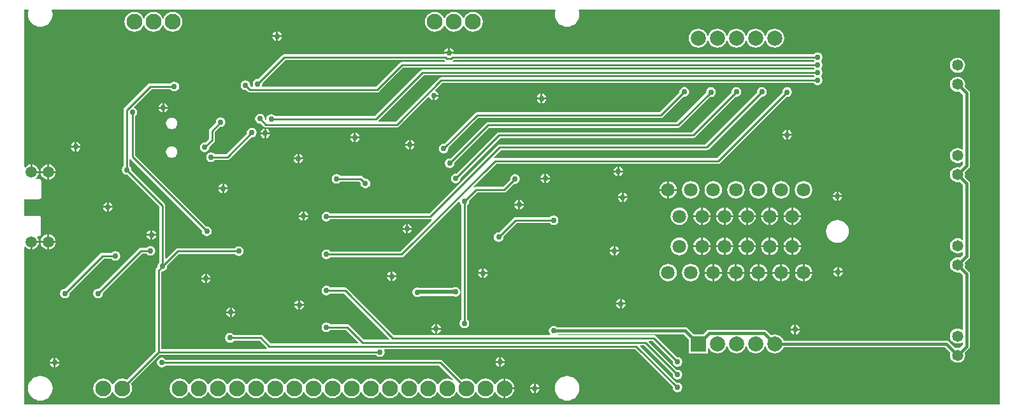
<source format=gbr>
%TF.GenerationSoftware,Altium Limited,Altium Designer,19.0.10 (269)*%
G04 Layer_Physical_Order=1*
G04 Layer_Color=255*
%FSLAX26Y26*%
%MOIN*%
%TF.FileFunction,Copper,L1,Top,Signal*%
%TF.Part,Single*%
G01*
G75*
%TA.AperFunction,Conductor*%
%ADD10C,0.015000*%
%ADD11C,0.010000*%
%ADD12C,0.020000*%
%TA.AperFunction,ComponentPad*%
%ADD13C,0.082677*%
%ADD14C,0.070866*%
%ADD15C,0.059055*%
%ADD16C,0.078740*%
%ADD17R,0.078740X0.078740*%
%ADD18C,0.058268*%
%TA.AperFunction,ViaPad*%
%ADD19C,0.030000*%
G36*
X5118110Y15293D02*
X15293D01*
Y837798D01*
X20293Y839496D01*
X22990Y835982D01*
X31247Y829646D01*
X40862Y825663D01*
X46181Y824963D01*
Y864173D01*
X51181D01*
Y869173D01*
X90391D01*
X89691Y874492D01*
X85708Y884107D01*
X81096Y890119D01*
X83561Y895119D01*
X92323D01*
X96225Y895895D01*
X99532Y898105D01*
X101743Y901413D01*
X102519Y905315D01*
Y990354D01*
X101743Y994256D01*
X99532Y997564D01*
X96225Y999774D01*
X92323Y1000550D01*
X15293D01*
Y1088032D01*
X92520D01*
X96421Y1088809D01*
X99729Y1091019D01*
X101939Y1094326D01*
X102716Y1098228D01*
Y1183268D01*
X101939Y1187169D01*
X99729Y1190477D01*
X96421Y1192688D01*
X92520Y1193464D01*
X76300D01*
X74603Y1198464D01*
X79373Y1202123D01*
X85708Y1210381D01*
X89691Y1219996D01*
X90391Y1225315D01*
X51181D01*
Y1230315D01*
X46181D01*
Y1269525D01*
X40862Y1268825D01*
X31247Y1264842D01*
X22990Y1258506D01*
X20293Y1254992D01*
X15293Y1256690D01*
Y2079195D01*
X34512D01*
X37491Y2075179D01*
X35219Y2067691D01*
X33981Y2055118D01*
X35219Y2042546D01*
X38887Y2030456D01*
X44842Y2019315D01*
X52856Y2009549D01*
X62622Y2001535D01*
X73763Y1995580D01*
X85853Y1991912D01*
X98425Y1990674D01*
X110998Y1991912D01*
X123087Y1995580D01*
X134228Y2001535D01*
X143994Y2009549D01*
X152008Y2019315D01*
X157964Y2030456D01*
X161631Y2042546D01*
X162869Y2055118D01*
X161631Y2067691D01*
X159359Y2075179D01*
X162338Y2079195D01*
X2790418D01*
X2793396Y2075179D01*
X2791125Y2067691D01*
X2789887Y2055118D01*
X2791125Y2042546D01*
X2794792Y2030456D01*
X2800747Y2019315D01*
X2808762Y2009549D01*
X2818528Y2001535D01*
X2829669Y1995580D01*
X2841758Y1991912D01*
X2854331Y1990674D01*
X2866903Y1991912D01*
X2878992Y1995580D01*
X2890134Y2001535D01*
X2899900Y2009549D01*
X2907914Y2019315D01*
X2913869Y2030456D01*
X2917537Y2042546D01*
X2918775Y2055118D01*
X2917537Y2067691D01*
X2915265Y2075179D01*
X2918244Y2079195D01*
X5118110D01*
Y15293D01*
D02*
G37*
%LPC*%
G36*
X2362205Y2067530D02*
X2348803Y2065765D01*
X2336314Y2060592D01*
X2325590Y2052363D01*
X2317360Y2041639D01*
X2314705Y2035227D01*
X2309705D01*
X2307049Y2041639D01*
X2298820Y2052363D01*
X2288095Y2060592D01*
X2275607Y2065765D01*
X2262205Y2067530D01*
X2248803Y2065765D01*
X2236314Y2060592D01*
X2225590Y2052363D01*
X2217360Y2041639D01*
X2214705Y2035227D01*
X2209705D01*
X2207049Y2041639D01*
X2198820Y2052363D01*
X2188095Y2060592D01*
X2175607Y2065765D01*
X2162205Y2067530D01*
X2148803Y2065765D01*
X2136314Y2060592D01*
X2125590Y2052363D01*
X2117360Y2041639D01*
X2112188Y2029150D01*
X2110423Y2015748D01*
X2112188Y2002346D01*
X2117360Y1989857D01*
X2125590Y1979133D01*
X2136314Y1970904D01*
X2148803Y1965731D01*
X2162205Y1963966D01*
X2175607Y1965731D01*
X2188095Y1970904D01*
X2198820Y1979133D01*
X2207049Y1989857D01*
X2209705Y1996269D01*
X2214705D01*
X2217360Y1989857D01*
X2225590Y1979133D01*
X2236314Y1970904D01*
X2248803Y1965731D01*
X2262205Y1963966D01*
X2275607Y1965731D01*
X2288095Y1970904D01*
X2298820Y1979133D01*
X2307049Y1989857D01*
X2309705Y1996269D01*
X2314705D01*
X2317360Y1989857D01*
X2325590Y1979133D01*
X2336314Y1970904D01*
X2348803Y1965731D01*
X2362205Y1963966D01*
X2375607Y1965731D01*
X2388095Y1970904D01*
X2398820Y1979133D01*
X2407049Y1989857D01*
X2412222Y2002346D01*
X2413986Y2015748D01*
X2412222Y2029150D01*
X2407049Y2041639D01*
X2398820Y2052363D01*
X2388095Y2060592D01*
X2375607Y2065765D01*
X2362205Y2067530D01*
D02*
G37*
G36*
X790551D02*
X777149Y2065765D01*
X764660Y2060592D01*
X753936Y2052363D01*
X745707Y2041639D01*
X743051Y2035227D01*
X738051D01*
X735395Y2041639D01*
X727166Y2052363D01*
X716442Y2060592D01*
X703953Y2065765D01*
X690551Y2067530D01*
X677149Y2065765D01*
X664660Y2060592D01*
X653936Y2052363D01*
X645707Y2041639D01*
X643051Y2035227D01*
X638051D01*
X635395Y2041639D01*
X627166Y2052363D01*
X616442Y2060592D01*
X603953Y2065765D01*
X590551Y2067530D01*
X577149Y2065765D01*
X564660Y2060592D01*
X553936Y2052363D01*
X545707Y2041639D01*
X540534Y2029150D01*
X538770Y2015748D01*
X540534Y2002346D01*
X545707Y1989857D01*
X553936Y1979133D01*
X564660Y1970904D01*
X577149Y1965731D01*
X590551Y1963966D01*
X603953Y1965731D01*
X616442Y1970904D01*
X627166Y1979133D01*
X635395Y1989857D01*
X638051Y1996269D01*
X643051D01*
X645707Y1989857D01*
X653936Y1979133D01*
X664660Y1970904D01*
X677149Y1965731D01*
X690551Y1963966D01*
X703953Y1965731D01*
X716442Y1970904D01*
X727166Y1979133D01*
X735395Y1989857D01*
X738051Y1996269D01*
X743051D01*
X745707Y1989857D01*
X753936Y1979133D01*
X764660Y1970904D01*
X777149Y1965731D01*
X790551Y1963966D01*
X803953Y1965731D01*
X816442Y1970904D01*
X827166Y1979133D01*
X835395Y1989857D01*
X840568Y2002346D01*
X842333Y2015748D01*
X840568Y2029150D01*
X835395Y2041639D01*
X827166Y2052363D01*
X816442Y2060592D01*
X803953Y2065765D01*
X790551Y2067530D01*
D02*
G37*
G36*
X1341902Y1965440D02*
Y1945945D01*
X1361397D01*
X1360451Y1950699D01*
X1354926Y1958969D01*
X1346656Y1964494D01*
X1341902Y1965440D01*
D02*
G37*
G36*
X1331902D02*
X1327147Y1964494D01*
X1318878Y1958969D01*
X1313352Y1950699D01*
X1312406Y1945945D01*
X1331902D01*
Y1965440D01*
D02*
G37*
G36*
X3940157Y1980229D02*
X3927269Y1978532D01*
X3915259Y1973558D01*
X3904946Y1965644D01*
X3897033Y1955331D01*
X3892863Y1945265D01*
X3887452D01*
X3883282Y1955331D01*
X3875369Y1965644D01*
X3865056Y1973558D01*
X3853046Y1978532D01*
X3840157Y1980229D01*
X3827269Y1978532D01*
X3815259Y1973558D01*
X3804946Y1965644D01*
X3797033Y1955331D01*
X3792863Y1945265D01*
X3787452D01*
X3783282Y1955331D01*
X3775369Y1965644D01*
X3765056Y1973558D01*
X3753046Y1978532D01*
X3740157Y1980229D01*
X3727269Y1978532D01*
X3715259Y1973558D01*
X3704946Y1965644D01*
X3697033Y1955331D01*
X3692863Y1945265D01*
X3687452D01*
X3683282Y1955331D01*
X3675369Y1965644D01*
X3665056Y1973558D01*
X3653046Y1978532D01*
X3640157Y1980229D01*
X3627269Y1978532D01*
X3615259Y1973558D01*
X3604946Y1965644D01*
X3597033Y1955331D01*
X3592863Y1945265D01*
X3587452D01*
X3583282Y1955331D01*
X3575369Y1965644D01*
X3565056Y1973558D01*
X3553046Y1978532D01*
X3540157Y1980229D01*
X3527269Y1978532D01*
X3515259Y1973558D01*
X3504946Y1965644D01*
X3497033Y1955331D01*
X3492058Y1943321D01*
X3490361Y1930433D01*
X3492058Y1917545D01*
X3497033Y1905535D01*
X3504946Y1895222D01*
X3515259Y1887308D01*
X3527269Y1882334D01*
X3540157Y1880637D01*
X3553046Y1882334D01*
X3565056Y1887308D01*
X3575369Y1895222D01*
X3583282Y1905535D01*
X3587452Y1915601D01*
X3592863D01*
X3597033Y1905535D01*
X3604946Y1895222D01*
X3615259Y1887308D01*
X3627269Y1882334D01*
X3640157Y1880637D01*
X3653046Y1882334D01*
X3665056Y1887308D01*
X3675369Y1895222D01*
X3683282Y1905535D01*
X3687452Y1915601D01*
X3692863D01*
X3697033Y1905535D01*
X3704946Y1895222D01*
X3715259Y1887308D01*
X3727269Y1882334D01*
X3740157Y1880637D01*
X3753046Y1882334D01*
X3765056Y1887308D01*
X3775369Y1895222D01*
X3783282Y1905535D01*
X3787452Y1915601D01*
X3792863D01*
X3797033Y1905535D01*
X3804946Y1895222D01*
X3815259Y1887308D01*
X3827269Y1882334D01*
X3840157Y1880637D01*
X3853046Y1882334D01*
X3865056Y1887308D01*
X3875369Y1895222D01*
X3883282Y1905535D01*
X3887452Y1915601D01*
X3892863D01*
X3897033Y1905535D01*
X3904946Y1895222D01*
X3915259Y1887308D01*
X3927269Y1882334D01*
X3940157Y1880637D01*
X3953046Y1882334D01*
X3965056Y1887308D01*
X3975369Y1895222D01*
X3983282Y1905535D01*
X3988257Y1917545D01*
X3989954Y1930433D01*
X3988257Y1943321D01*
X3983282Y1955331D01*
X3975369Y1965644D01*
X3965056Y1973558D01*
X3953046Y1978532D01*
X3940157Y1980229D01*
D02*
G37*
G36*
X1361397Y1935945D02*
X1341902D01*
Y1916450D01*
X1346656Y1917395D01*
X1354926Y1922921D01*
X1360451Y1931190D01*
X1361397Y1935945D01*
D02*
G37*
G36*
X1331902D02*
X1312406D01*
X1313352Y1931190D01*
X1318878Y1922921D01*
X1327147Y1917395D01*
X1331902Y1916450D01*
Y1935945D01*
D02*
G37*
G36*
X2241220Y1878826D02*
Y1859331D01*
X2260716D01*
X2259770Y1864085D01*
X2254244Y1872355D01*
X2245975Y1877880D01*
X2241220Y1878826D01*
D02*
G37*
G36*
X2231220D02*
X2226466Y1877880D01*
X2218197Y1872355D01*
X2212671Y1864085D01*
X2211725Y1859331D01*
X2231220D01*
Y1878826D01*
D02*
G37*
G36*
X4165354Y1856159D02*
X4155600Y1854219D01*
X4147330Y1848693D01*
X4145506Y1845963D01*
X2263987D01*
X2261223Y1849331D01*
X2211218D01*
X2208454Y1845963D01*
X1373976D01*
X1368124Y1844799D01*
X1363162Y1841484D01*
X1238457Y1716778D01*
X1235236Y1717419D01*
X1225482Y1715479D01*
X1217212Y1709953D01*
X1211687Y1701684D01*
X1209746Y1691929D01*
X1211687Y1682175D01*
X1212049Y1681633D01*
X1209692Y1677223D01*
X1201689D01*
X1197093Y1681819D01*
X1197734Y1685039D01*
X1195794Y1694794D01*
X1190268Y1703063D01*
X1181999Y1708589D01*
X1172244Y1710529D01*
X1162490Y1708589D01*
X1154220Y1703063D01*
X1148695Y1694794D01*
X1146754Y1685039D01*
X1148695Y1675285D01*
X1154220Y1667015D01*
X1162490Y1661490D01*
X1172244Y1659550D01*
X1175465Y1660190D01*
X1184540Y1651115D01*
X1189502Y1647799D01*
X1195354Y1646635D01*
X1860748D01*
X1866601Y1647799D01*
X1871562Y1651115D01*
X1995823Y1775375D01*
X4145506D01*
X4147330Y1772645D01*
Y1770208D01*
X4143461Y1765963D01*
X2097126D01*
X2091273Y1764799D01*
X2086312Y1761484D01*
X1847996Y1523168D01*
X1325951D01*
X1324126Y1525898D01*
X1315857Y1531424D01*
X1306102Y1533364D01*
X1296348Y1531424D01*
X1288078Y1525898D01*
X1282553Y1517629D01*
X1280613Y1507874D01*
X1281332Y1504258D01*
X1276724Y1501795D01*
X1272881Y1505638D01*
X1273521Y1508858D01*
X1271581Y1518613D01*
X1266055Y1526882D01*
X1257786Y1532408D01*
X1248032Y1534348D01*
X1238277Y1532408D01*
X1230007Y1526882D01*
X1224482Y1518613D01*
X1222542Y1508858D01*
X1224482Y1499104D01*
X1230007Y1490834D01*
X1238277Y1485309D01*
X1248032Y1483369D01*
X1251252Y1484009D01*
X1268201Y1467060D01*
X1273163Y1463744D01*
X1279016Y1462580D01*
X1963007D01*
X1968859Y1463744D01*
X1973821Y1467060D01*
X2129019Y1622257D01*
X2133804Y1620806D01*
X2133931Y1620167D01*
X2139456Y1611897D01*
X2147726Y1606372D01*
X2152480Y1605426D01*
Y1629921D01*
X2157480D01*
Y1634921D01*
X2181976D01*
X2181030Y1639676D01*
X2175504Y1647945D01*
X2167235Y1653471D01*
X2166595Y1653598D01*
X2165144Y1658383D01*
X2202137Y1695375D01*
X4145506D01*
X4147330Y1692645D01*
X4155600Y1687120D01*
X4165354Y1685179D01*
X4175109Y1687120D01*
X4183378Y1692645D01*
X4188904Y1700915D01*
X4190844Y1710669D01*
X4188904Y1720424D01*
X4183378Y1728693D01*
Y1732645D01*
X4188904Y1740915D01*
X4190844Y1750669D01*
X4188904Y1760424D01*
X4183378Y1768693D01*
Y1772645D01*
X4188904Y1780915D01*
X4190844Y1790669D01*
X4188904Y1800424D01*
X4183378Y1808693D01*
Y1812645D01*
X4188904Y1820915D01*
X4190844Y1830669D01*
X4188904Y1840424D01*
X4183378Y1848693D01*
X4175109Y1854219D01*
X4165354Y1856159D01*
D02*
G37*
G36*
X4896614Y1828409D02*
X4886398Y1827063D01*
X4876878Y1823120D01*
X4868704Y1816848D01*
X4862431Y1808673D01*
X4858488Y1799153D01*
X4857143Y1788937D01*
X4858488Y1778721D01*
X4862431Y1769201D01*
X4868704Y1761026D01*
X4876878Y1754754D01*
X4886398Y1750811D01*
X4896614Y1749466D01*
X4906830Y1750811D01*
X4916350Y1754754D01*
X4924525Y1761026D01*
X4930797Y1769201D01*
X4934741Y1778721D01*
X4936086Y1788937D01*
X4934741Y1799153D01*
X4930797Y1808673D01*
X4924525Y1816848D01*
X4916350Y1823120D01*
X4906830Y1827063D01*
X4896614Y1828409D01*
D02*
G37*
G36*
Y1728409D02*
X4886398Y1727063D01*
X4876878Y1723120D01*
X4868704Y1716848D01*
X4862431Y1708673D01*
X4858488Y1699153D01*
X4857143Y1688937D01*
X4858488Y1678721D01*
X4862431Y1669201D01*
X4868704Y1661026D01*
X4876878Y1654754D01*
X4886398Y1650811D01*
X4896614Y1649466D01*
X4906830Y1650811D01*
X4908723Y1651594D01*
X4925405Y1634912D01*
Y1350034D01*
X4920405Y1347568D01*
X4916350Y1350679D01*
X4906830Y1354623D01*
X4896614Y1355968D01*
X4886398Y1354623D01*
X4876878Y1350679D01*
X4868704Y1344407D01*
X4862431Y1336232D01*
X4858488Y1326712D01*
X4857143Y1316496D01*
X4858488Y1306280D01*
X4862431Y1296760D01*
X4868704Y1288585D01*
X4876878Y1282313D01*
X4886398Y1278370D01*
X4896614Y1277025D01*
X4906830Y1278370D01*
X4916350Y1282313D01*
X4920405Y1285425D01*
X4925405Y1282959D01*
Y1270521D01*
X4908723Y1253839D01*
X4906830Y1254623D01*
X4896614Y1255968D01*
X4886398Y1254623D01*
X4876878Y1250679D01*
X4868704Y1244407D01*
X4862431Y1236232D01*
X4858488Y1226712D01*
X4857143Y1216496D01*
X4858488Y1206280D01*
X4862431Y1196760D01*
X4868704Y1188585D01*
X4876878Y1182313D01*
X4886398Y1178370D01*
X4896614Y1177025D01*
X4906830Y1178370D01*
X4908723Y1179154D01*
X4925405Y1162471D01*
Y877592D01*
X4920405Y875127D01*
X4916350Y878238D01*
X4906830Y882182D01*
X4896614Y883527D01*
X4886398Y882182D01*
X4876878Y878238D01*
X4868704Y871966D01*
X4862431Y863791D01*
X4858488Y854271D01*
X4857143Y844055D01*
X4858488Y833839D01*
X4862431Y824319D01*
X4868704Y816144D01*
X4876878Y809872D01*
X4886398Y805929D01*
X4896614Y804584D01*
X4906830Y805929D01*
X4916350Y809872D01*
X4920405Y812984D01*
X4925405Y810518D01*
Y798080D01*
X4908723Y781398D01*
X4906830Y782182D01*
X4896614Y783527D01*
X4886398Y782182D01*
X4876878Y778238D01*
X4868704Y771966D01*
X4862431Y763791D01*
X4858488Y754271D01*
X4857143Y744055D01*
X4858488Y733839D01*
X4862431Y724319D01*
X4868704Y716144D01*
X4876878Y709872D01*
X4886398Y705929D01*
X4896614Y704584D01*
X4906830Y705929D01*
X4908723Y706713D01*
X4925405Y690030D01*
Y405152D01*
X4920405Y402686D01*
X4916350Y405798D01*
X4906830Y409741D01*
X4896614Y411086D01*
X4886398Y409741D01*
X4876878Y405798D01*
X4868704Y399525D01*
X4862431Y391350D01*
X4858488Y381830D01*
X4857143Y371614D01*
X4858488Y361398D01*
X4862431Y351878D01*
X4868704Y343704D01*
X4876878Y337431D01*
X4886398Y333488D01*
X4896614Y332143D01*
X4906830Y333488D01*
X4916350Y337431D01*
X4920405Y340543D01*
X4925405Y338077D01*
Y325639D01*
X4908723Y308957D01*
X4906830Y309741D01*
X4896614Y311086D01*
X4886398Y309741D01*
X4884505Y308957D01*
X4850412Y343050D01*
X4844623Y346918D01*
X4837795Y348276D01*
X3986205D01*
X3983282Y355331D01*
X3975369Y365644D01*
X3965056Y373558D01*
X3953046Y378532D01*
X3940157Y380229D01*
X3927269Y378532D01*
X3920214Y375610D01*
X3895904Y399920D01*
X3890116Y403788D01*
X3883287Y405146D01*
X3597028D01*
X3597028Y405146D01*
X3590199Y403788D01*
X3584411Y399920D01*
X3584411Y399920D01*
X3564294Y379803D01*
X3516021D01*
X3483601Y412223D01*
X3477812Y416091D01*
X3470984Y417449D01*
X2802436D01*
X2802315Y417630D01*
X2794046Y423156D01*
X2784291Y425096D01*
X2774537Y423156D01*
X2766267Y417630D01*
X2760742Y409361D01*
X2758802Y399606D01*
X2760742Y389852D01*
X2766163Y381739D01*
X2765716Y379416D01*
X2764904Y376739D01*
X1948040D01*
X1703728Y621051D01*
X1698766Y624366D01*
X1692913Y625530D01*
X1615321D01*
X1613496Y628260D01*
X1605227Y633786D01*
X1595472Y635726D01*
X1585718Y633786D01*
X1577448Y628260D01*
X1571923Y619991D01*
X1569983Y610236D01*
X1571923Y600482D01*
X1577448Y592212D01*
X1585718Y586687D01*
X1595472Y584746D01*
X1605227Y586687D01*
X1613496Y592212D01*
X1615321Y594942D01*
X1686579D01*
X1923222Y358299D01*
X1921308Y353680D01*
X1789996D01*
X1714503Y429173D01*
X1709542Y432488D01*
X1703689Y433652D01*
X1615372D01*
X1613548Y436382D01*
X1605278Y441908D01*
X1595524Y443848D01*
X1585769Y441908D01*
X1577500Y436382D01*
X1571974Y428113D01*
X1570034Y418358D01*
X1571974Y408604D01*
X1577500Y400334D01*
X1585769Y394809D01*
X1595524Y392868D01*
X1605278Y394809D01*
X1613548Y400334D01*
X1615372Y403064D01*
X1697354D01*
X1762119Y338299D01*
X1760206Y333680D01*
X1302122D01*
X1262783Y373019D01*
X1257821Y376334D01*
X1251968Y377499D01*
X1110399D01*
X1108575Y380229D01*
X1100306Y385754D01*
X1090551Y387695D01*
X1080797Y385754D01*
X1072527Y380229D01*
X1067002Y371959D01*
X1065061Y362205D01*
X1067002Y352450D01*
X1072527Y344181D01*
X1080797Y338655D01*
X1090551Y336715D01*
X1100306Y338655D01*
X1108575Y344181D01*
X1110399Y346911D01*
X1245634D01*
X1283865Y308680D01*
X1282494Y304307D01*
X1282017Y303680D01*
X731633D01*
Y707659D01*
X735495Y711071D01*
X737205Y710731D01*
X746959Y712671D01*
X755229Y718197D01*
X760754Y726466D01*
X762694Y736221D01*
X762054Y739441D01*
X823264Y800651D01*
X1116963D01*
X1118787Y797921D01*
X1127056Y792395D01*
X1136811Y790455D01*
X1146565Y792395D01*
X1154835Y797921D01*
X1160361Y806190D01*
X1162301Y815945D01*
X1160361Y825699D01*
X1154835Y833969D01*
X1146565Y839494D01*
X1136811Y841435D01*
X1127056Y839494D01*
X1118787Y833969D01*
X1116963Y831239D01*
X816929D01*
X811076Y830075D01*
X806115Y826759D01*
X757118Y777763D01*
X752499Y779676D01*
Y1054451D01*
X751334Y1060303D01*
X748019Y1065265D01*
X574574Y1238711D01*
X575214Y1241931D01*
X573274Y1251686D01*
X567748Y1259955D01*
X565018Y1261779D01*
Y1296270D01*
X565645Y1296746D01*
X570018Y1298117D01*
X944639Y923496D01*
X943998Y920276D01*
X945939Y910521D01*
X951464Y902252D01*
X959734Y896726D01*
X969488Y894786D01*
X979243Y896726D01*
X987512Y902252D01*
X993038Y910521D01*
X994978Y920276D01*
X993038Y930030D01*
X987512Y938300D01*
X979243Y943825D01*
X969488Y945765D01*
X966268Y945125D01*
X595018Y1316374D01*
Y1522475D01*
X597748Y1524299D01*
X603274Y1532568D01*
X605214Y1542323D01*
X603274Y1552077D01*
X597748Y1560347D01*
X589479Y1565872D01*
X588840Y1565999D01*
X587388Y1570784D01*
X679460Y1662856D01*
X779364D01*
X781189Y1660126D01*
X789458Y1654600D01*
X799213Y1652660D01*
X808967Y1654600D01*
X817237Y1660126D01*
X822762Y1668395D01*
X824702Y1678150D01*
X822762Y1687904D01*
X817237Y1696174D01*
X808967Y1701699D01*
X799213Y1703639D01*
X789458Y1701699D01*
X781189Y1696174D01*
X779364Y1693444D01*
X673125D01*
X667272Y1692279D01*
X662310Y1688964D01*
X538910Y1565564D01*
X535595Y1560602D01*
X534431Y1554749D01*
Y1261779D01*
X531700Y1259955D01*
X526175Y1251686D01*
X524235Y1241931D01*
X526175Y1232177D01*
X531700Y1223907D01*
X539970Y1218382D01*
X549724Y1216441D01*
X552945Y1217082D01*
X721911Y1048116D01*
Y756069D01*
X719181Y754245D01*
X713655Y745975D01*
X711715Y736221D01*
X712471Y732421D01*
X705524Y725475D01*
X702209Y720513D01*
X701045Y714660D01*
Y294721D01*
X550377Y144053D01*
X539780Y148442D01*
X526378Y150207D01*
X512976Y148442D01*
X500487Y143269D01*
X489763Y135040D01*
X481534Y124316D01*
X478878Y117904D01*
X473878D01*
X471222Y124316D01*
X462993Y135040D01*
X452269Y143269D01*
X439780Y148442D01*
X426378Y150207D01*
X412976Y148442D01*
X400487Y143269D01*
X389763Y135040D01*
X381534Y124316D01*
X376361Y111827D01*
X374596Y98425D01*
X376361Y85023D01*
X381534Y72534D01*
X389763Y61810D01*
X400487Y53581D01*
X412976Y48408D01*
X426378Y46644D01*
X439780Y48408D01*
X452269Y53581D01*
X462993Y61810D01*
X471222Y72534D01*
X473878Y78946D01*
X478878D01*
X481534Y72534D01*
X489763Y61810D01*
X500487Y53581D01*
X512976Y48408D01*
X526378Y46644D01*
X539780Y48408D01*
X552269Y53581D01*
X562993Y61810D01*
X571222Y72534D01*
X576395Y85023D01*
X578160Y98425D01*
X576395Y111827D01*
X572006Y122424D01*
X722674Y273092D01*
X1855152D01*
X1856976Y270362D01*
X1865245Y264836D01*
X1875000Y262896D01*
X1884754Y264836D01*
X1893024Y270362D01*
X1898549Y278631D01*
X1900490Y288386D01*
X1898549Y298140D01*
X1898187Y298682D01*
X1900544Y303092D01*
X3209493D01*
X3407002Y105582D01*
X3406362Y102362D01*
X3408302Y92608D01*
X3413827Y84338D01*
X3422097Y78813D01*
X3431851Y76872D01*
X3441606Y78813D01*
X3449875Y84338D01*
X3455401Y92608D01*
X3457341Y102362D01*
X3455401Y112117D01*
X3449875Y120386D01*
X3441606Y125912D01*
X3431851Y127852D01*
X3428631Y127211D01*
X3237370Y318473D01*
X3239283Y323092D01*
X3256422D01*
X3407002Y172512D01*
X3406362Y169291D01*
X3408302Y159537D01*
X3413827Y151267D01*
X3422097Y145742D01*
X3431851Y143802D01*
X3441606Y145742D01*
X3449875Y151267D01*
X3455401Y159537D01*
X3457341Y169291D01*
X3455401Y179046D01*
X3449875Y187315D01*
X3441606Y192841D01*
X3431851Y194781D01*
X3428631Y194141D01*
X3281240Y341531D01*
X3283154Y346151D01*
X3300292D01*
X3407002Y239441D01*
X3406362Y236220D01*
X3408302Y226466D01*
X3413827Y218196D01*
X3422097Y212671D01*
X3431851Y210731D01*
X3441606Y212671D01*
X3449875Y218196D01*
X3455401Y226466D01*
X3457341Y236220D01*
X3455401Y245975D01*
X3449875Y254244D01*
X3441606Y259770D01*
X3431851Y261710D01*
X3428631Y261070D01*
X3317441Y372259D01*
X3312480Y375574D01*
X3306627Y376739D01*
X2809615D01*
X2807414Y380112D01*
X2807457Y381739D01*
X2807507Y381764D01*
X3463593D01*
X3490787Y354570D01*
Y281063D01*
X3589528D01*
Y310589D01*
X3594528Y311583D01*
X3597033Y305535D01*
X3604946Y295222D01*
X3615259Y287308D01*
X3627269Y282334D01*
X3640157Y280637D01*
X3653046Y282334D01*
X3665056Y287308D01*
X3675369Y295222D01*
X3683282Y305535D01*
X3687452Y315601D01*
X3692863D01*
X3697033Y305535D01*
X3704946Y295222D01*
X3715259Y287308D01*
X3727269Y282334D01*
X3740157Y280637D01*
X3753046Y282334D01*
X3765056Y287308D01*
X3775369Y295222D01*
X3783282Y305535D01*
X3787452Y315601D01*
X3792863D01*
X3797033Y305535D01*
X3804946Y295222D01*
X3815259Y287308D01*
X3827269Y282334D01*
X3840157Y280637D01*
X3853046Y282334D01*
X3865056Y287308D01*
X3875369Y295222D01*
X3883282Y305535D01*
X3887452Y315601D01*
X3892863D01*
X3897033Y305535D01*
X3904946Y295222D01*
X3915259Y287308D01*
X3927269Y282334D01*
X3940157Y280637D01*
X3953046Y282334D01*
X3965056Y287308D01*
X3975369Y295222D01*
X3983282Y305535D01*
X3986205Y312590D01*
X4830404D01*
X4859272Y283723D01*
X4858488Y281830D01*
X4857143Y271614D01*
X4858488Y261398D01*
X4862431Y251878D01*
X4868704Y243704D01*
X4876878Y237431D01*
X4886398Y233488D01*
X4896614Y232143D01*
X4906830Y233488D01*
X4916350Y237431D01*
X4924525Y243704D01*
X4930797Y251878D01*
X4934741Y261398D01*
X4936086Y271614D01*
X4934741Y281830D01*
X4933957Y283723D01*
X4955865Y305631D01*
X4959733Y311420D01*
X4961091Y318248D01*
X4961091Y318249D01*
Y697421D01*
X4961091Y697421D01*
X4959733Y704249D01*
X4955865Y710038D01*
X4933957Y731946D01*
X4934741Y733839D01*
X4936086Y744055D01*
X4934741Y754271D01*
X4933957Y756164D01*
X4955865Y778072D01*
X4959733Y783861D01*
X4961091Y790689D01*
X4961091Y790689D01*
Y1169862D01*
X4961091Y1169862D01*
X4959733Y1176690D01*
X4955865Y1182479D01*
X4933957Y1204387D01*
X4934741Y1206280D01*
X4936086Y1216496D01*
X4934741Y1226712D01*
X4933957Y1228605D01*
X4955865Y1250513D01*
X4959733Y1256302D01*
X4961091Y1263130D01*
X4961091Y1263130D01*
Y1642303D01*
X4961091Y1642303D01*
X4959733Y1649131D01*
X4955865Y1654920D01*
X4933957Y1676828D01*
X4934741Y1678721D01*
X4936086Y1688937D01*
X4934741Y1699153D01*
X4930797Y1708673D01*
X4924525Y1716848D01*
X4916350Y1723120D01*
X4906830Y1727063D01*
X4896614Y1728409D01*
D02*
G37*
G36*
X3467520Y1676080D02*
X3457765Y1674140D01*
X3449496Y1668614D01*
X3443970Y1660345D01*
X3442030Y1650591D01*
X3442671Y1647370D01*
X3338153Y1542853D01*
X2382874D01*
X2377021Y1541689D01*
X2372060Y1538373D01*
X2211882Y1378196D01*
X2208661Y1378836D01*
X2198907Y1376896D01*
X2190637Y1371370D01*
X2185112Y1363101D01*
X2183172Y1353347D01*
X2185112Y1343592D01*
X2190637Y1335322D01*
X2198907Y1329797D01*
X2208661Y1327857D01*
X2218416Y1329797D01*
X2226685Y1335322D01*
X2232211Y1343592D01*
X2234151Y1353347D01*
X2233511Y1356567D01*
X2389209Y1512265D01*
X3344488D01*
X3350341Y1513429D01*
X3355303Y1516745D01*
X3464299Y1625741D01*
X3467520Y1625101D01*
X3477274Y1627041D01*
X3485544Y1632566D01*
X3491069Y1640836D01*
X3493010Y1650591D01*
X3491069Y1660345D01*
X3485544Y1668614D01*
X3477274Y1674140D01*
X3467520Y1676080D01*
D02*
G37*
G36*
X3740157Y1675096D02*
X3730403Y1673156D01*
X3722133Y1667630D01*
X3716608Y1659361D01*
X3714668Y1649606D01*
X3715308Y1646386D01*
X3507445Y1438522D01*
X2498031D01*
X2492179Y1437358D01*
X2487217Y1434043D01*
X2274874Y1221700D01*
X2271653Y1222340D01*
X2261899Y1220400D01*
X2253630Y1214874D01*
X2248104Y1206605D01*
X2246164Y1196850D01*
X2248104Y1187096D01*
X2253630Y1178826D01*
X2261899Y1173301D01*
X2271653Y1171361D01*
X2281408Y1173301D01*
X2289677Y1178826D01*
X2295203Y1187096D01*
X2297143Y1196850D01*
X2296503Y1200071D01*
X2504366Y1407934D01*
X3513780D01*
X3519632Y1409099D01*
X3524594Y1412414D01*
X3736937Y1624757D01*
X3740157Y1624116D01*
X3749912Y1626057D01*
X3758182Y1631582D01*
X3763707Y1639852D01*
X3765647Y1649606D01*
X3763707Y1659361D01*
X3758182Y1667630D01*
X3749912Y1673156D01*
X3740157Y1675096D01*
D02*
G37*
G36*
X3873032D02*
X3863277Y1673156D01*
X3855008Y1667630D01*
X3849482Y1659361D01*
X3847542Y1649606D01*
X3848182Y1646386D01*
X3576567Y1374770D01*
X2501209D01*
X2495356Y1373606D01*
X2490394Y1370291D01*
X2132708Y1012605D01*
X1615608D01*
X1613784Y1015335D01*
X1605514Y1020861D01*
X1595760Y1022801D01*
X1586005Y1020861D01*
X1577736Y1015335D01*
X1572210Y1007066D01*
X1570270Y997311D01*
X1572210Y987557D01*
X1577736Y979287D01*
X1586005Y973761D01*
X1595760Y971821D01*
X1605514Y973761D01*
X1613784Y979287D01*
X1615608Y982017D01*
X2139043D01*
X2143101Y982824D01*
X2145564Y978216D01*
X1981566Y814219D01*
X1615321D01*
X1613496Y816949D01*
X1605227Y822475D01*
X1595472Y824415D01*
X1585718Y822475D01*
X1577448Y816949D01*
X1571923Y808680D01*
X1569983Y798925D01*
X1571923Y789171D01*
X1577448Y780901D01*
X1585718Y775376D01*
X1595472Y773435D01*
X1605227Y775376D01*
X1613496Y780901D01*
X1615321Y783631D01*
X1987901D01*
X1993754Y784795D01*
X1998716Y788111D01*
X2286676Y1076071D01*
X2292102Y1074426D01*
X2293380Y1068001D01*
X2298905Y1059732D01*
X2301635Y1057908D01*
Y603824D01*
X2296635Y603331D01*
X2295945Y606799D01*
X2294809Y612510D01*
X2289284Y620780D01*
X2281014Y626305D01*
X2271260Y628246D01*
X2261505Y626305D01*
X2255749Y622459D01*
X2084315D01*
X2080621Y624928D01*
X2070866Y626868D01*
X2061112Y624928D01*
X2052842Y619402D01*
X2047317Y611133D01*
X2045376Y601378D01*
X2047317Y591624D01*
X2052842Y583354D01*
X2061112Y577828D01*
X2070866Y575888D01*
X2080621Y577828D01*
X2086378Y581675D01*
X2257811D01*
X2261505Y579206D01*
X2271260Y577266D01*
X2281014Y579206D01*
X2289284Y584732D01*
X2294809Y593001D01*
X2295945Y598713D01*
X2296635Y602181D01*
X2301635Y601688D01*
Y457840D01*
X2298905Y456016D01*
X2293380Y447747D01*
X2291439Y437992D01*
X2293380Y428238D01*
X2298905Y419968D01*
X2307175Y414443D01*
X2316929Y412502D01*
X2326684Y414443D01*
X2334953Y419968D01*
X2340479Y428238D01*
X2342419Y437992D01*
X2340479Y447747D01*
X2334953Y456016D01*
X2332223Y457840D01*
Y1057908D01*
X2334953Y1059732D01*
X2340479Y1068001D01*
X2342419Y1077756D01*
X2341778Y1080976D01*
X2383303Y1122501D01*
X2525840D01*
X2531693Y1123666D01*
X2536654Y1126981D01*
X2578472Y1168799D01*
X2581693Y1168159D01*
X2591447Y1170099D01*
X2599717Y1175624D01*
X2605242Y1183894D01*
X2607183Y1193648D01*
X2605242Y1203403D01*
X2599717Y1211672D01*
X2591447Y1217198D01*
X2581693Y1219138D01*
X2571938Y1217198D01*
X2563669Y1211672D01*
X2558143Y1203403D01*
X2556203Y1193648D01*
X2556844Y1190428D01*
X2519505Y1153089D01*
X2376968D01*
X2371116Y1151925D01*
X2366154Y1148610D01*
X2362844Y1152238D01*
X2482713Y1272108D01*
X3643701D01*
X3649554Y1273272D01*
X3654515Y1276587D01*
X4001701Y1623773D01*
X4004921Y1623132D01*
X4014676Y1625072D01*
X4022945Y1630598D01*
X4028471Y1638868D01*
X4030411Y1648622D01*
X4028471Y1658377D01*
X4022945Y1666646D01*
X4014676Y1672171D01*
X4004921Y1674112D01*
X3995167Y1672171D01*
X3986897Y1666646D01*
X3981372Y1658377D01*
X3979432Y1648622D01*
X3980072Y1645402D01*
X3637366Y1302696D01*
X2476378D01*
X2472321Y1301888D01*
X2469858Y1306496D01*
X2507544Y1344182D01*
X3582902D01*
X3588754Y1345347D01*
X3593716Y1348662D01*
X3869811Y1624757D01*
X3873032Y1624116D01*
X3882786Y1626057D01*
X3891055Y1631582D01*
X3896581Y1639852D01*
X3898521Y1649606D01*
X3896581Y1659361D01*
X3891055Y1667630D01*
X3882786Y1673156D01*
X3873032Y1675096D01*
D02*
G37*
G36*
X3606299Y1674112D02*
X3596545Y1672171D01*
X3588275Y1666646D01*
X3582750Y1658377D01*
X3580809Y1648622D01*
X3581450Y1645402D01*
X3427720Y1491672D01*
X2440945D01*
X2435092Y1490508D01*
X2430131Y1487192D01*
X2243378Y1300440D01*
X2240157Y1301080D01*
X2230403Y1299140D01*
X2222133Y1293615D01*
X2216608Y1285345D01*
X2214668Y1275591D01*
X2216608Y1265836D01*
X2222133Y1257567D01*
X2230403Y1252041D01*
X2240157Y1250101D01*
X2249912Y1252041D01*
X2258182Y1257567D01*
X2263707Y1265836D01*
X2265647Y1275591D01*
X2265007Y1278811D01*
X2447280Y1461084D01*
X3434055D01*
X3439908Y1462248D01*
X3444870Y1465564D01*
X3603079Y1623773D01*
X3606299Y1623132D01*
X3616054Y1625072D01*
X3624323Y1630598D01*
X3629849Y1638868D01*
X3631789Y1648622D01*
X3629849Y1658377D01*
X3624323Y1666646D01*
X3616054Y1672171D01*
X3606299Y1674112D01*
D02*
G37*
G36*
X2725551Y1639653D02*
Y1620157D01*
X2745046D01*
X2744101Y1624912D01*
X2738575Y1633181D01*
X2730306Y1638707D01*
X2725551Y1639653D01*
D02*
G37*
G36*
X2715551D02*
X2710797Y1638707D01*
X2702527Y1633181D01*
X2697002Y1624912D01*
X2696056Y1620157D01*
X2715551D01*
Y1639653D01*
D02*
G37*
G36*
X2181976Y1624921D02*
X2162480D01*
Y1605426D01*
X2167235Y1606372D01*
X2175504Y1611897D01*
X2181030Y1620167D01*
X2181976Y1624921D01*
D02*
G37*
G36*
X2745046Y1610157D02*
X2725551D01*
Y1590662D01*
X2730306Y1591608D01*
X2738575Y1597133D01*
X2744101Y1605403D01*
X2745046Y1610157D01*
D02*
G37*
G36*
X2715551D02*
X2696056D01*
X2697002Y1605403D01*
X2702527Y1597133D01*
X2710797Y1591608D01*
X2715551Y1590662D01*
Y1610157D01*
D02*
G37*
G36*
X746142Y1591424D02*
Y1571929D01*
X765637D01*
X764691Y1576684D01*
X759166Y1584953D01*
X750896Y1590479D01*
X746142Y1591424D01*
D02*
G37*
G36*
X736142D02*
X731387Y1590479D01*
X723118Y1584953D01*
X717592Y1576684D01*
X716647Y1571929D01*
X736142D01*
Y1591424D01*
D02*
G37*
G36*
X765637Y1561929D02*
X746142D01*
Y1542434D01*
X750896Y1543380D01*
X759166Y1548905D01*
X764691Y1557175D01*
X765637Y1561929D01*
D02*
G37*
G36*
X736142D02*
X716647D01*
X717592Y1557175D01*
X723118Y1548905D01*
X731387Y1543380D01*
X736142Y1542434D01*
Y1561929D01*
D02*
G37*
G36*
X1042323Y1516632D02*
X1032568Y1514691D01*
X1024299Y1509166D01*
X1018773Y1500896D01*
X1016833Y1491142D01*
X1017474Y1487921D01*
X985249Y1455696D01*
X981933Y1450735D01*
X980769Y1444882D01*
Y1403973D01*
X961882Y1385085D01*
X958662Y1385726D01*
X948907Y1383786D01*
X940638Y1378260D01*
X935112Y1369991D01*
X933172Y1360236D01*
X935112Y1350482D01*
X940638Y1342212D01*
X948907Y1336687D01*
X958662Y1334746D01*
X968416Y1336687D01*
X976686Y1342212D01*
X982211Y1350482D01*
X984151Y1360236D01*
X983511Y1363457D01*
X1006877Y1386823D01*
X1010193Y1391785D01*
X1011357Y1397638D01*
Y1438547D01*
X1039102Y1466293D01*
X1042323Y1465652D01*
X1052077Y1467592D01*
X1060347Y1473118D01*
X1065872Y1481387D01*
X1067813Y1491142D01*
X1065872Y1500896D01*
X1060347Y1509166D01*
X1052077Y1514691D01*
X1042323Y1516632D01*
D02*
G37*
G36*
X785433Y1514390D02*
X777684Y1513370D01*
X770462Y1510379D01*
X764261Y1505620D01*
X759503Y1499419D01*
X756512Y1492198D01*
X755492Y1484449D01*
X756512Y1476699D01*
X759503Y1469478D01*
X764261Y1463277D01*
X770462Y1458519D01*
X777684Y1455528D01*
X785433Y1454508D01*
X793183Y1455528D01*
X800404Y1458519D01*
X806605Y1463277D01*
X811363Y1469478D01*
X814354Y1476699D01*
X815374Y1484449D01*
X814354Y1492198D01*
X811363Y1499419D01*
X806605Y1505620D01*
X800404Y1510379D01*
X793183Y1513370D01*
X785433Y1514390D01*
D02*
G37*
G36*
X1280591Y1456582D02*
Y1437087D01*
X1300086D01*
X1299140Y1441841D01*
X1293615Y1450111D01*
X1285345Y1455636D01*
X1280591Y1456582D01*
D02*
G37*
G36*
X1270591D02*
X1265836Y1455636D01*
X1257567Y1450111D01*
X1252041Y1441841D01*
X1251095Y1437087D01*
X1270591D01*
Y1456582D01*
D02*
G37*
G36*
X4009921Y1449692D02*
Y1430197D01*
X4029416D01*
X4028471Y1434951D01*
X4022945Y1443221D01*
X4014676Y1448746D01*
X4009921Y1449692D01*
D02*
G37*
G36*
X3999921D02*
X3995167Y1448746D01*
X3986897Y1443221D01*
X3981372Y1434951D01*
X3980426Y1430197D01*
X3999921D01*
Y1449692D01*
D02*
G37*
G36*
X1749094Y1435670D02*
Y1416174D01*
X1768590D01*
X1767644Y1420929D01*
X1762119Y1429198D01*
X1753849Y1434724D01*
X1749094Y1435670D01*
D02*
G37*
G36*
X1739094D02*
X1734340Y1434724D01*
X1726071Y1429198D01*
X1720545Y1420929D01*
X1719599Y1416174D01*
X1739094D01*
Y1435670D01*
D02*
G37*
G36*
X1204725Y1461513D02*
X1194970Y1459573D01*
X1186700Y1454048D01*
X1181175Y1445778D01*
X1179235Y1436024D01*
X1179875Y1432803D01*
X1070437Y1323365D01*
X1011974D01*
X1010150Y1326095D01*
X1001880Y1331620D01*
X992126Y1333561D01*
X982371Y1331620D01*
X974102Y1326095D01*
X968577Y1317825D01*
X966636Y1308071D01*
X968577Y1298316D01*
X974102Y1290047D01*
X982371Y1284521D01*
X992126Y1282581D01*
X1001880Y1284521D01*
X1010150Y1290047D01*
X1011974Y1292777D01*
X1076772D01*
X1082624Y1293941D01*
X1087586Y1297256D01*
X1201504Y1411174D01*
X1204725Y1410534D01*
X1214479Y1412474D01*
X1222748Y1418000D01*
X1228274Y1426269D01*
X1230214Y1436024D01*
X1228274Y1445778D01*
X1222748Y1454048D01*
X1214479Y1459573D01*
X1204725Y1461513D01*
D02*
G37*
G36*
X1300086Y1427087D02*
X1280591D01*
Y1407591D01*
X1285345Y1408537D01*
X1293615Y1414063D01*
X1299140Y1422332D01*
X1300086Y1427087D01*
D02*
G37*
G36*
X1270591D02*
X1251095D01*
X1252041Y1422332D01*
X1257567Y1414063D01*
X1265836Y1408537D01*
X1270591Y1407591D01*
Y1427087D01*
D02*
G37*
G36*
X4029416Y1420197D02*
X4009921D01*
Y1400702D01*
X4014676Y1401647D01*
X4022945Y1407173D01*
X4028471Y1415442D01*
X4029416Y1420197D01*
D02*
G37*
G36*
X3999921D02*
X3980426D01*
X3981372Y1415442D01*
X3986897Y1407173D01*
X3995167Y1401647D01*
X3999921Y1400702D01*
Y1420197D01*
D02*
G37*
G36*
X1768590Y1406174D02*
X1749094D01*
Y1386679D01*
X1753849Y1387625D01*
X1762119Y1393150D01*
X1767644Y1401420D01*
X1768590Y1406174D01*
D02*
G37*
G36*
X1739094D02*
X1719599D01*
X1720545Y1401420D01*
X1726071Y1393150D01*
X1734340Y1387625D01*
X1739094Y1386679D01*
Y1406174D01*
D02*
G37*
G36*
X2036496Y1397527D02*
Y1378032D01*
X2055991D01*
X2055046Y1382786D01*
X2049520Y1391055D01*
X2041251Y1396581D01*
X2036496Y1397527D01*
D02*
G37*
G36*
X2026496D02*
X2021742Y1396581D01*
X2013472Y1391055D01*
X2007947Y1382786D01*
X2007001Y1378032D01*
X2026496D01*
Y1397527D01*
D02*
G37*
G36*
X288465Y1386700D02*
Y1367205D01*
X307960D01*
X307014Y1371959D01*
X301489Y1380229D01*
X293219Y1385754D01*
X288465Y1386700D01*
D02*
G37*
G36*
X278465D02*
X273710Y1385754D01*
X265441Y1380229D01*
X259915Y1371959D01*
X258969Y1367205D01*
X278465D01*
Y1386700D01*
D02*
G37*
G36*
X2055991Y1368032D02*
X2036496D01*
Y1348536D01*
X2041251Y1349482D01*
X2049520Y1355007D01*
X2055046Y1363277D01*
X2055991Y1368032D01*
D02*
G37*
G36*
X2026496D02*
X2007001D01*
X2007947Y1363277D01*
X2013472Y1355007D01*
X2021742Y1349482D01*
X2026496Y1348536D01*
Y1368032D01*
D02*
G37*
G36*
X307960Y1357205D02*
X288465D01*
Y1337709D01*
X293219Y1338655D01*
X301489Y1344181D01*
X307014Y1352450D01*
X307960Y1357205D01*
D02*
G37*
G36*
X278465D02*
X258969D01*
X259915Y1352450D01*
X265441Y1344181D01*
X273710Y1338655D01*
X278465Y1337709D01*
Y1357205D01*
D02*
G37*
G36*
X1453819Y1324935D02*
Y1305440D01*
X1473314D01*
X1472368Y1310194D01*
X1466843Y1318464D01*
X1458573Y1323989D01*
X1453819Y1324935D01*
D02*
G37*
G36*
X1443819D02*
X1439064Y1323989D01*
X1430795Y1318464D01*
X1425269Y1310194D01*
X1424324Y1305440D01*
X1443819D01*
Y1324935D01*
D02*
G37*
G36*
X785433Y1364390D02*
X777684Y1363370D01*
X770462Y1360379D01*
X764261Y1355620D01*
X759503Y1349419D01*
X756512Y1342198D01*
X755492Y1334449D01*
X756512Y1326699D01*
X759503Y1319478D01*
X764261Y1313277D01*
X770462Y1308519D01*
X777684Y1305528D01*
X785433Y1304508D01*
X793183Y1305528D01*
X800404Y1308519D01*
X806605Y1313277D01*
X811363Y1319478D01*
X814354Y1326699D01*
X815374Y1334449D01*
X814354Y1342198D01*
X811363Y1349419D01*
X806605Y1355620D01*
X800404Y1360379D01*
X793183Y1363370D01*
X785433Y1364390D01*
D02*
G37*
G36*
X1473314Y1295440D02*
X1453819D01*
Y1275945D01*
X1458573Y1276890D01*
X1466843Y1282416D01*
X1472368Y1290685D01*
X1473314Y1295440D01*
D02*
G37*
G36*
X1443819D02*
X1424324D01*
X1425269Y1290685D01*
X1430795Y1282416D01*
X1439064Y1276890D01*
X1443819Y1275945D01*
Y1295440D01*
D02*
G37*
G36*
X3127047Y1257763D02*
Y1238268D01*
X3146542D01*
X3145597Y1243022D01*
X3140071Y1251292D01*
X3131802Y1256817D01*
X3127047Y1257763D01*
D02*
G37*
G36*
X3117047D02*
X3112293Y1256817D01*
X3104023Y1251292D01*
X3098498Y1243022D01*
X3097552Y1238268D01*
X3117047D01*
Y1257763D01*
D02*
G37*
G36*
X144764Y1269525D02*
Y1235315D01*
X178974D01*
X178274Y1240634D01*
X174291Y1250249D01*
X167955Y1258506D01*
X159698Y1264842D01*
X150083Y1268825D01*
X144764Y1269525D01*
D02*
G37*
G36*
X56181D02*
Y1235315D01*
X90391D01*
X89691Y1240634D01*
X85708Y1250249D01*
X79373Y1258506D01*
X71115Y1264842D01*
X61500Y1268825D01*
X56181Y1269525D01*
D02*
G37*
G36*
X134764D02*
X129445Y1268825D01*
X119829Y1264842D01*
X111572Y1258506D01*
X105237Y1250249D01*
X101254Y1240634D01*
X100553Y1235315D01*
X134764D01*
Y1269525D01*
D02*
G37*
G36*
X3146542Y1228268D02*
X3127047D01*
Y1208773D01*
X3131802Y1209718D01*
X3140071Y1215244D01*
X3145597Y1223513D01*
X3146542Y1228268D01*
D02*
G37*
G36*
X3117047D02*
X3097552D01*
X3098498Y1223513D01*
X3104023Y1215244D01*
X3112293Y1209718D01*
X3117047Y1208773D01*
Y1228268D01*
D02*
G37*
G36*
X2745157Y1221346D02*
Y1201850D01*
X2764653D01*
X2763707Y1206605D01*
X2758182Y1214874D01*
X2749912Y1220400D01*
X2745157Y1221346D01*
D02*
G37*
G36*
X2735157D02*
X2730403Y1220400D01*
X2722133Y1214874D01*
X2716608Y1206605D01*
X2715662Y1201850D01*
X2735157D01*
Y1221346D01*
D02*
G37*
G36*
X134764Y1225315D02*
X100553D01*
X101254Y1219996D01*
X105237Y1210381D01*
X111572Y1202123D01*
X119829Y1195788D01*
X129445Y1191805D01*
X134764Y1191105D01*
Y1225315D01*
D02*
G37*
G36*
X178974D02*
X144764D01*
Y1191105D01*
X150083Y1191805D01*
X159698Y1195788D01*
X167955Y1202123D01*
X174291Y1210381D01*
X178274Y1219996D01*
X178974Y1225315D01*
D02*
G37*
G36*
X2764653Y1191850D02*
X2745157D01*
Y1172355D01*
X2749912Y1173301D01*
X2758182Y1178826D01*
X2763707Y1187096D01*
X2764653Y1191850D01*
D02*
G37*
G36*
X2735157D02*
X2715662D01*
X2716608Y1187096D01*
X2722133Y1178826D01*
X2730403Y1173301D01*
X2735157Y1172355D01*
Y1191850D01*
D02*
G37*
G36*
X1060118Y1168905D02*
Y1149410D01*
X1079613D01*
X1078668Y1154164D01*
X1073142Y1162434D01*
X1064873Y1167959D01*
X1060118Y1168905D01*
D02*
G37*
G36*
X1050118D02*
X1045364Y1167959D01*
X1037094Y1162434D01*
X1031569Y1154164D01*
X1030623Y1149410D01*
X1050118D01*
Y1168905D01*
D02*
G37*
G36*
X1648622Y1220372D02*
X1638868Y1218431D01*
X1630598Y1212906D01*
X1625072Y1204636D01*
X1623132Y1194882D01*
X1625072Y1185127D01*
X1630598Y1176858D01*
X1638868Y1171332D01*
X1648622Y1169392D01*
X1658377Y1171332D01*
X1666646Y1176858D01*
X1668470Y1179588D01*
X1768271D01*
X1774363Y1173496D01*
X1773723Y1170276D01*
X1775663Y1160521D01*
X1781189Y1152252D01*
X1789458Y1146726D01*
X1799213Y1144786D01*
X1808967Y1146726D01*
X1817237Y1152252D01*
X1822762Y1160521D01*
X1824702Y1170276D01*
X1822762Y1180030D01*
X1817237Y1188300D01*
X1808967Y1193825D01*
X1799213Y1195765D01*
X1795992Y1195125D01*
X1785421Y1205696D01*
X1780459Y1209012D01*
X1774606Y1210176D01*
X1668470D01*
X1666646Y1212906D01*
X1658377Y1218431D01*
X1648622Y1220372D01*
D02*
G37*
G36*
X3387677Y1181545D02*
Y1141378D01*
X3427844D01*
X3426941Y1148238D01*
X3422363Y1159291D01*
X3415080Y1168781D01*
X3405590Y1176064D01*
X3394538Y1180642D01*
X3387677Y1181545D01*
D02*
G37*
G36*
X3377677D02*
X3370817Y1180642D01*
X3359765Y1176064D01*
X3350274Y1168781D01*
X3342992Y1159291D01*
X3338414Y1148238D01*
X3337510Y1141378D01*
X3377677D01*
Y1181545D01*
D02*
G37*
G36*
X1079613Y1139410D02*
X1060118D01*
Y1119914D01*
X1064873Y1120860D01*
X1073142Y1126386D01*
X1078668Y1134655D01*
X1079613Y1139410D01*
D02*
G37*
G36*
X1050118D02*
X1030623D01*
X1031569Y1134655D01*
X1037094Y1126386D01*
X1045364Y1120860D01*
X1050118Y1119914D01*
Y1139410D01*
D02*
G37*
G36*
X4272717Y1128470D02*
Y1108975D01*
X4292212D01*
X4291266Y1113729D01*
X4285740Y1121999D01*
X4277471Y1127524D01*
X4272717Y1128470D01*
D02*
G37*
G36*
X4262717D02*
X4257962Y1127524D01*
X4249693Y1121999D01*
X4244167Y1113729D01*
X4243221Y1108975D01*
X4262717D01*
Y1128470D01*
D02*
G37*
G36*
X3150611Y1122920D02*
Y1103425D01*
X3170106D01*
X3169161Y1108180D01*
X3163635Y1116449D01*
X3155366Y1121975D01*
X3150611Y1122920D01*
D02*
G37*
G36*
X3140611D02*
X3135857Y1121975D01*
X3127587Y1116449D01*
X3122062Y1108180D01*
X3121116Y1103425D01*
X3140611D01*
Y1122920D01*
D02*
G37*
G36*
X3427844Y1131378D02*
X3387677D01*
Y1091211D01*
X3394538Y1092114D01*
X3405590Y1096692D01*
X3415080Y1103975D01*
X3422363Y1113466D01*
X3426941Y1124518D01*
X3427844Y1131378D01*
D02*
G37*
G36*
X3377677D02*
X3337510D01*
X3338414Y1124518D01*
X3342992Y1113466D01*
X3350274Y1103975D01*
X3359765Y1096692D01*
X3370817Y1092114D01*
X3377677Y1091211D01*
Y1131378D01*
D02*
G37*
G36*
X4091339Y1182203D02*
X4079478Y1180642D01*
X4068426Y1176064D01*
X4058935Y1168781D01*
X4051653Y1159291D01*
X4047075Y1148238D01*
X4045514Y1136378D01*
X4047075Y1124518D01*
X4051653Y1113466D01*
X4058935Y1103975D01*
X4068426Y1096692D01*
X4079478Y1092114D01*
X4091339Y1090553D01*
X4103199Y1092114D01*
X4114251Y1096692D01*
X4123742Y1103975D01*
X4131024Y1113466D01*
X4135602Y1124518D01*
X4137164Y1136378D01*
X4135602Y1148238D01*
X4131024Y1159291D01*
X4123742Y1168781D01*
X4114251Y1176064D01*
X4103199Y1180642D01*
X4091339Y1182203D01*
D02*
G37*
G36*
X3973228D02*
X3961368Y1180642D01*
X3950316Y1176064D01*
X3940825Y1168781D01*
X3933543Y1159291D01*
X3928965Y1148238D01*
X3927403Y1136378D01*
X3928965Y1124518D01*
X3933543Y1113466D01*
X3940825Y1103975D01*
X3950316Y1096692D01*
X3961368Y1092114D01*
X3973228Y1090553D01*
X3985089Y1092114D01*
X3996141Y1096692D01*
X4005632Y1103975D01*
X4012914Y1113466D01*
X4017492Y1124518D01*
X4019053Y1136378D01*
X4017492Y1148238D01*
X4012914Y1159291D01*
X4005632Y1168781D01*
X3996141Y1176064D01*
X3985089Y1180642D01*
X3973228Y1182203D01*
D02*
G37*
G36*
X3855118D02*
X3843258Y1180642D01*
X3832206Y1176064D01*
X3822715Y1168781D01*
X3815432Y1159291D01*
X3810854Y1148238D01*
X3809293Y1136378D01*
X3810854Y1124518D01*
X3815432Y1113466D01*
X3822715Y1103975D01*
X3832206Y1096692D01*
X3843258Y1092114D01*
X3855118Y1090553D01*
X3866979Y1092114D01*
X3878031Y1096692D01*
X3887521Y1103975D01*
X3894804Y1113466D01*
X3899382Y1124518D01*
X3900943Y1136378D01*
X3899382Y1148238D01*
X3894804Y1159291D01*
X3887521Y1168781D01*
X3878031Y1176064D01*
X3866979Y1180642D01*
X3855118Y1182203D01*
D02*
G37*
G36*
X3737008D02*
X3725148Y1180642D01*
X3714095Y1176064D01*
X3704605Y1168781D01*
X3697322Y1159291D01*
X3692744Y1148238D01*
X3691183Y1136378D01*
X3692744Y1124518D01*
X3697322Y1113466D01*
X3704605Y1103975D01*
X3714095Y1096692D01*
X3725148Y1092114D01*
X3737008Y1090553D01*
X3748868Y1092114D01*
X3759920Y1096692D01*
X3769411Y1103975D01*
X3776693Y1113466D01*
X3781271Y1124518D01*
X3782833Y1136378D01*
X3781271Y1148238D01*
X3776693Y1159291D01*
X3769411Y1168781D01*
X3759920Y1176064D01*
X3748868Y1180642D01*
X3737008Y1182203D01*
D02*
G37*
G36*
X3618898D02*
X3607037Y1180642D01*
X3595985Y1176064D01*
X3586494Y1168781D01*
X3579212Y1159291D01*
X3574634Y1148238D01*
X3573073Y1136378D01*
X3574634Y1124518D01*
X3579212Y1113466D01*
X3586494Y1103975D01*
X3595985Y1096692D01*
X3607037Y1092114D01*
X3618898Y1090553D01*
X3630758Y1092114D01*
X3641810Y1096692D01*
X3651301Y1103975D01*
X3658583Y1113466D01*
X3663161Y1124518D01*
X3664723Y1136378D01*
X3663161Y1148238D01*
X3658583Y1159291D01*
X3651301Y1168781D01*
X3641810Y1176064D01*
X3630758Y1180642D01*
X3618898Y1182203D01*
D02*
G37*
G36*
X3500787D02*
X3488927Y1180642D01*
X3477875Y1176064D01*
X3468384Y1168781D01*
X3461102Y1159291D01*
X3456524Y1148238D01*
X3454962Y1136378D01*
X3456524Y1124518D01*
X3461102Y1113466D01*
X3468384Y1103975D01*
X3477875Y1096692D01*
X3488927Y1092114D01*
X3500787Y1090553D01*
X3512648Y1092114D01*
X3523700Y1096692D01*
X3533191Y1103975D01*
X3540473Y1113466D01*
X3545051Y1124518D01*
X3546612Y1136378D01*
X3545051Y1148238D01*
X3540473Y1159291D01*
X3533191Y1168781D01*
X3523700Y1176064D01*
X3512648Y1180642D01*
X3500787Y1182203D01*
D02*
G37*
G36*
X4292212Y1098975D02*
X4272717D01*
Y1079480D01*
X4277471Y1080425D01*
X4285740Y1085951D01*
X4291266Y1094220D01*
X4292212Y1098975D01*
D02*
G37*
G36*
X4262717D02*
X4243221D01*
X4244167Y1094220D01*
X4249693Y1085951D01*
X4257962Y1080425D01*
X4262717Y1079480D01*
Y1098975D01*
D02*
G37*
G36*
X3170106Y1093425D02*
X3150611D01*
Y1073930D01*
X3155366Y1074876D01*
X3163635Y1080401D01*
X3169161Y1088671D01*
X3170106Y1093425D01*
D02*
G37*
G36*
X3140611D02*
X3121116D01*
X3122062Y1088671D01*
X3127587Y1080401D01*
X3135857Y1074876D01*
X3140611Y1073930D01*
Y1093425D01*
D02*
G37*
G36*
X2608346Y1084227D02*
Y1064732D01*
X2627842D01*
X2626896Y1069486D01*
X2621370Y1077756D01*
X2613101Y1083281D01*
X2608346Y1084227D01*
D02*
G37*
G36*
X2598346D02*
X2593592Y1083281D01*
X2585322Y1077756D01*
X2579797Y1069486D01*
X2578851Y1064732D01*
X2598346D01*
Y1084227D01*
D02*
G37*
G36*
X457269Y1071739D02*
Y1052244D01*
X476764D01*
X475818Y1056998D01*
X470293Y1065268D01*
X462023Y1070793D01*
X457269Y1071739D01*
D02*
G37*
G36*
X447269D02*
X442514Y1070793D01*
X434245Y1065268D01*
X428719Y1056998D01*
X427774Y1052244D01*
X447269D01*
Y1071739D01*
D02*
G37*
G36*
X2627842Y1054732D02*
X2608346D01*
Y1035237D01*
X2613101Y1036182D01*
X2621370Y1041708D01*
X2626896Y1049977D01*
X2627842Y1054732D01*
D02*
G37*
G36*
X2598346D02*
X2578851D01*
X2579797Y1049977D01*
X2585322Y1041708D01*
X2593592Y1036182D01*
X2598346Y1035237D01*
Y1054732D01*
D02*
G37*
G36*
X476764Y1042244D02*
X457269D01*
Y1022749D01*
X462023Y1023694D01*
X470293Y1029220D01*
X475818Y1037489D01*
X476764Y1042244D01*
D02*
G37*
G36*
X447269D02*
X427774D01*
X428719Y1037489D01*
X434245Y1029220D01*
X442514Y1023694D01*
X447269Y1022749D01*
Y1042244D01*
D02*
G37*
G36*
X1480406Y1024574D02*
Y1005079D01*
X1499901D01*
X1498956Y1009833D01*
X1493430Y1018103D01*
X1485161Y1023628D01*
X1480406Y1024574D01*
D02*
G37*
G36*
X1470406D02*
X1465652Y1023628D01*
X1457382Y1018103D01*
X1451857Y1009833D01*
X1450911Y1005079D01*
X1470406D01*
Y1024574D01*
D02*
G37*
G36*
X3801063Y1043749D02*
Y1003583D01*
X3841230D01*
X3840327Y1010443D01*
X3835749Y1021495D01*
X3828466Y1030986D01*
X3818976Y1038268D01*
X3807923Y1042846D01*
X3801063Y1043749D01*
D02*
G37*
G36*
X3791063Y1043749D02*
X3784203Y1042846D01*
X3773151Y1038268D01*
X3763660Y1030986D01*
X3756377Y1021495D01*
X3751799Y1010443D01*
X3750896Y1003583D01*
X3791063D01*
Y1043749D01*
D02*
G37*
G36*
X4037284D02*
Y1003583D01*
X4077450D01*
X4076547Y1010443D01*
X4071969Y1021495D01*
X4064687Y1030986D01*
X4055196Y1038268D01*
X4044144Y1042846D01*
X4037284Y1043749D01*
D02*
G37*
G36*
X4027284D02*
X4020423Y1042846D01*
X4009371Y1038268D01*
X3999880Y1030986D01*
X3992598Y1021495D01*
X3988020Y1010443D01*
X3987117Y1003583D01*
X4027284D01*
Y1043749D01*
D02*
G37*
G36*
X3919173D02*
Y1003583D01*
X3959340D01*
X3958437Y1010443D01*
X3953859Y1021495D01*
X3946576Y1030986D01*
X3937086Y1038268D01*
X3926034Y1042846D01*
X3919173Y1043749D01*
D02*
G37*
G36*
X3682953D02*
Y1003583D01*
X3723119D01*
X3722216Y1010443D01*
X3717638Y1021495D01*
X3710356Y1030986D01*
X3700865Y1038268D01*
X3689813Y1042846D01*
X3682953Y1043749D01*
D02*
G37*
G36*
X3909173Y1043749D02*
X3902313Y1042846D01*
X3891261Y1038268D01*
X3881770Y1030986D01*
X3874488Y1021495D01*
X3869910Y1010443D01*
X3869006Y1003583D01*
X3909173D01*
Y1043749D01*
D02*
G37*
G36*
X3672953D02*
X3666092Y1042846D01*
X3655040Y1038268D01*
X3645550Y1030986D01*
X3638267Y1021495D01*
X3633689Y1010443D01*
X3632786Y1003583D01*
X3672953D01*
Y1043749D01*
D02*
G37*
G36*
X3564842Y1043749D02*
Y1003583D01*
X3605009D01*
X3604106Y1010443D01*
X3599528Y1021495D01*
X3592246Y1030986D01*
X3582755Y1038268D01*
X3571703Y1042846D01*
X3564842Y1043749D01*
D02*
G37*
G36*
X3554842Y1043749D02*
X3547982Y1042846D01*
X3536930Y1038268D01*
X3527439Y1030986D01*
X3520157Y1021495D01*
X3515579Y1010443D01*
X3514676Y1003583D01*
X3554842D01*
Y1043749D01*
D02*
G37*
G36*
X1499901Y995079D02*
X1480406D01*
Y975583D01*
X1485161Y976529D01*
X1493430Y982055D01*
X1498956Y990324D01*
X1499901Y995079D01*
D02*
G37*
G36*
X1470406D02*
X1450911D01*
X1451857Y990324D01*
X1457382Y982055D01*
X1465652Y976529D01*
X1470406Y975583D01*
Y995079D01*
D02*
G37*
G36*
X3554842Y993583D02*
X3514676D01*
X3515579Y986722D01*
X3520157Y975670D01*
X3527439Y966179D01*
X3536930Y958897D01*
X3547982Y954319D01*
X3554842Y953416D01*
Y993583D01*
D02*
G37*
G36*
X3841230Y993583D02*
X3801063D01*
Y953416D01*
X3807923Y954319D01*
X3818976Y958897D01*
X3828466Y966179D01*
X3835749Y975670D01*
X3840327Y986722D01*
X3841230Y993583D01*
D02*
G37*
G36*
X3909173Y993583D02*
X3869006D01*
X3869910Y986722D01*
X3874488Y975670D01*
X3881770Y966179D01*
X3891261Y958897D01*
X3902313Y954319D01*
X3909173Y953416D01*
Y993583D01*
D02*
G37*
G36*
X3672953D02*
X3632786D01*
X3633689Y986722D01*
X3638267Y975670D01*
X3645550Y966179D01*
X3655040Y958897D01*
X3666092Y954319D01*
X3672953Y953416D01*
Y993583D01*
D02*
G37*
G36*
X4077450Y993583D02*
X4037284D01*
Y953416D01*
X4044144Y954319D01*
X4055196Y958897D01*
X4064687Y966179D01*
X4071969Y975670D01*
X4076547Y986722D01*
X4077450Y993583D01*
D02*
G37*
G36*
X4027284D02*
X3987117D01*
X3988020Y986722D01*
X3992598Y975670D01*
X3999880Y966179D01*
X4009371Y958897D01*
X4020423Y954319D01*
X4027284Y953416D01*
Y993583D01*
D02*
G37*
G36*
X3959340Y993583D02*
X3919173D01*
Y953416D01*
X3926034Y954319D01*
X3937086Y958897D01*
X3946576Y966179D01*
X3953859Y975670D01*
X3958437Y986722D01*
X3959340Y993583D01*
D02*
G37*
G36*
X3723120D02*
X3682953D01*
Y953416D01*
X3689813Y954319D01*
X3700865Y958897D01*
X3710356Y966179D01*
X3717638Y975670D01*
X3722216Y986722D01*
X3723120Y993583D01*
D02*
G37*
G36*
X3791063Y993583D02*
X3750896D01*
X3751799Y986722D01*
X3756377Y975670D01*
X3763660Y966179D01*
X3773151Y958897D01*
X3784203Y954319D01*
X3791063Y953416D01*
Y993583D01*
D02*
G37*
G36*
X3605009Y993583D02*
X3564842D01*
Y953416D01*
X3571703Y954319D01*
X3582755Y958897D01*
X3592246Y966179D01*
X3599528Y975670D01*
X3604106Y986722D01*
X3605009Y993583D01*
D02*
G37*
G36*
X2783366Y1003738D02*
X2773612Y1001798D01*
X2765342Y996272D01*
X2763518Y993542D01*
X2584547D01*
X2578695Y992378D01*
X2573733Y989062D01*
X2499284Y914613D01*
X2496063Y915254D01*
X2486309Y913313D01*
X2478039Y907788D01*
X2472514Y899518D01*
X2470573Y889764D01*
X2472514Y880009D01*
X2478039Y871740D01*
X2486309Y866214D01*
X2496063Y864274D01*
X2505818Y866214D01*
X2514087Y871740D01*
X2519613Y880009D01*
X2521553Y889764D01*
X2520912Y892984D01*
X2590882Y962954D01*
X2763518D01*
X2765342Y960224D01*
X2773612Y954698D01*
X2783366Y952758D01*
X2793121Y954698D01*
X2801390Y960224D01*
X2806916Y968494D01*
X2808856Y978248D01*
X2806916Y988003D01*
X2801390Y996272D01*
X2793121Y1001798D01*
X2783366Y1003738D01*
D02*
G37*
G36*
X3441732Y1044408D02*
X3429872Y1042846D01*
X3418820Y1038268D01*
X3409329Y1030986D01*
X3402047Y1021495D01*
X3397469Y1010443D01*
X3395907Y998583D01*
X3397469Y986722D01*
X3402047Y975670D01*
X3409329Y966179D01*
X3418820Y958897D01*
X3429872Y954319D01*
X3441732Y952758D01*
X3453593Y954319D01*
X3464645Y958897D01*
X3474135Y966179D01*
X3481418Y975670D01*
X3485996Y986722D01*
X3487557Y998583D01*
X3485996Y1010443D01*
X3481418Y1021495D01*
X3474135Y1030986D01*
X3464645Y1038268D01*
X3453593Y1042846D01*
X3441732Y1044408D01*
D02*
G37*
G36*
X2022666Y957677D02*
Y938182D01*
X2042161D01*
X2041215Y942936D01*
X2035690Y951206D01*
X2027420Y956731D01*
X2022666Y957677D01*
D02*
G37*
G36*
X2012666D02*
X2007911Y956731D01*
X1999642Y951206D01*
X1994116Y942936D01*
X1993170Y938182D01*
X2012666D01*
Y957677D01*
D02*
G37*
G36*
X2042161Y928182D02*
X2022666D01*
Y908687D01*
X2027420Y909632D01*
X2035690Y915158D01*
X2041215Y923427D01*
X2042161Y928182D01*
D02*
G37*
G36*
X2012666D02*
X1993170D01*
X1994116Y923427D01*
X1999642Y915158D01*
X2007911Y909632D01*
X2012666Y908687D01*
Y928182D01*
D02*
G37*
G36*
X684460Y926070D02*
Y906575D01*
X703955D01*
X703009Y911329D01*
X697484Y919599D01*
X689214Y925124D01*
X684460Y926070D01*
D02*
G37*
G36*
X674460D02*
X669705Y925124D01*
X661436Y919599D01*
X655910Y911329D01*
X654965Y906575D01*
X674460D01*
Y926070D01*
D02*
G37*
G36*
X703955Y896575D02*
X684460D01*
Y877080D01*
X689214Y878025D01*
X697484Y883551D01*
X703009Y891820D01*
X703955Y896575D01*
D02*
G37*
G36*
X674460D02*
X654965D01*
X655910Y891820D01*
X661436Y883551D01*
X669705Y878025D01*
X674460Y877080D01*
Y896575D01*
D02*
G37*
G36*
X144764Y903383D02*
Y869173D01*
X178974D01*
X178274Y874492D01*
X174291Y884107D01*
X167955Y892365D01*
X159698Y898700D01*
X150083Y902683D01*
X144764Y903383D01*
D02*
G37*
G36*
X134764D02*
X129445Y902683D01*
X119829Y898700D01*
X111572Y892365D01*
X105237Y884107D01*
X101254Y874492D01*
X100553Y869173D01*
X134764D01*
Y903383D01*
D02*
G37*
G36*
X4268504Y979342D02*
X4256896Y978198D01*
X4245735Y974812D01*
X4235448Y969314D01*
X4226432Y961915D01*
X4219032Y952898D01*
X4213534Y942612D01*
X4210148Y931450D01*
X4209005Y919842D01*
X4210148Y908235D01*
X4213534Y897073D01*
X4219032Y886787D01*
X4226432Y877770D01*
X4235448Y870371D01*
X4245735Y864872D01*
X4256896Y861487D01*
X4268504Y860343D01*
X4280112Y861487D01*
X4291273Y864872D01*
X4301560Y870371D01*
X4310576Y877770D01*
X4317976Y886787D01*
X4323474Y897073D01*
X4326860Y908235D01*
X4328003Y919842D01*
X4326860Y931450D01*
X4323474Y942612D01*
X4317976Y952898D01*
X4310576Y961915D01*
X4301560Y969314D01*
X4291273Y974812D01*
X4280112Y978198D01*
X4268504Y979342D01*
D02*
G37*
G36*
X3801063Y886269D02*
Y846103D01*
X3841230D01*
X3840327Y852963D01*
X3835749Y864015D01*
X3828466Y873506D01*
X3818976Y880788D01*
X3807923Y885366D01*
X3801063Y886269D01*
D02*
G37*
G36*
X3791063Y886269D02*
X3784203Y885366D01*
X3773151Y880788D01*
X3763660Y873506D01*
X3756377Y864015D01*
X3751799Y852963D01*
X3750896Y846103D01*
X3791063D01*
Y886269D01*
D02*
G37*
G36*
X4037284Y886269D02*
Y846102D01*
X4077450D01*
X4076547Y852963D01*
X4071969Y864015D01*
X4064687Y873506D01*
X4055196Y880788D01*
X4044144Y885366D01*
X4037284Y886269D01*
D02*
G37*
G36*
X4027284Y886269D02*
X4020423Y885366D01*
X4009371Y880788D01*
X3999880Y873506D01*
X3992598Y864015D01*
X3988020Y852963D01*
X3987117Y846102D01*
X4027284D01*
Y886269D01*
D02*
G37*
G36*
X3919173D02*
Y846102D01*
X3959340D01*
X3958437Y852963D01*
X3953859Y864015D01*
X3946576Y873506D01*
X3937086Y880788D01*
X3926034Y885366D01*
X3919173Y886269D01*
D02*
G37*
G36*
X3682953D02*
Y846102D01*
X3723120D01*
X3722216Y852963D01*
X3717638Y864015D01*
X3710356Y873506D01*
X3700865Y880788D01*
X3689813Y885366D01*
X3682953Y886269D01*
D02*
G37*
G36*
X3909173D02*
X3902313Y885366D01*
X3891261Y880788D01*
X3881770Y873506D01*
X3874488Y864015D01*
X3869910Y852963D01*
X3869006Y846102D01*
X3909173D01*
Y886269D01*
D02*
G37*
G36*
X3672953D02*
X3666092Y885366D01*
X3655040Y880788D01*
X3645550Y873506D01*
X3638267Y864015D01*
X3633689Y852963D01*
X3632786Y846102D01*
X3672953D01*
Y886269D01*
D02*
G37*
G36*
X3564842D02*
Y846102D01*
X3605009D01*
X3604106Y852963D01*
X3599528Y864015D01*
X3592246Y873506D01*
X3582755Y880788D01*
X3571703Y885366D01*
X3564842Y886269D01*
D02*
G37*
G36*
X3554842Y886269D02*
X3547982Y885366D01*
X3536930Y880788D01*
X3527439Y873506D01*
X3520157Y864015D01*
X3515579Y852963D01*
X3514676Y846102D01*
X3554842D01*
Y886269D01*
D02*
G37*
G36*
X178974Y859173D02*
X144764D01*
Y824963D01*
X150083Y825663D01*
X159698Y829646D01*
X167955Y835982D01*
X174291Y844239D01*
X178274Y853854D01*
X178974Y859173D01*
D02*
G37*
G36*
X90391D02*
X56181D01*
Y824963D01*
X61500Y825663D01*
X71115Y829646D01*
X79373Y835982D01*
X85708Y844239D01*
X89691Y853854D01*
X90391Y859173D01*
D02*
G37*
G36*
X134764D02*
X100553D01*
X101254Y853854D01*
X105237Y844239D01*
X111572Y835982D01*
X119829Y829646D01*
X129445Y825663D01*
X134764Y824963D01*
Y859173D01*
D02*
G37*
G36*
X3107362Y842409D02*
Y822913D01*
X3126857D01*
X3125912Y827668D01*
X3120386Y835937D01*
X3112117Y841463D01*
X3107362Y842409D01*
D02*
G37*
G36*
X3097362D02*
X3092608Y841463D01*
X3084338Y835937D01*
X3078813Y827668D01*
X3077867Y822913D01*
X3097362D01*
Y842409D01*
D02*
G37*
G36*
X3841230Y836103D02*
X3801063D01*
Y795936D01*
X3807923Y796839D01*
X3818976Y801417D01*
X3828466Y808699D01*
X3835749Y818190D01*
X3840327Y829242D01*
X3841230Y836103D01*
D02*
G37*
G36*
X4077450Y836102D02*
X4037284D01*
Y795936D01*
X4044144Y796839D01*
X4055196Y801417D01*
X4064687Y808699D01*
X4071969Y818190D01*
X4076547Y829242D01*
X4077450Y836102D01*
D02*
G37*
G36*
X3554842Y836102D02*
X3514676D01*
X3515579Y829242D01*
X3520157Y818190D01*
X3527439Y808699D01*
X3536930Y801417D01*
X3547982Y796839D01*
X3554842Y795936D01*
Y836102D01*
D02*
G37*
G36*
X3959340Y836102D02*
X3919173D01*
Y795936D01*
X3926034Y796839D01*
X3937086Y801417D01*
X3946576Y808699D01*
X3953859Y818190D01*
X3958437Y829242D01*
X3959340Y836102D01*
D02*
G37*
G36*
X3723120D02*
X3682953D01*
Y795936D01*
X3689813Y796839D01*
X3700865Y801417D01*
X3710356Y808699D01*
X3717638Y818190D01*
X3722216Y829242D01*
X3723120Y836102D01*
D02*
G37*
G36*
X3909173D02*
X3869006D01*
X3869910Y829242D01*
X3874488Y818190D01*
X3881770Y808699D01*
X3891261Y801417D01*
X3902313Y796839D01*
X3909173Y795936D01*
Y836102D01*
D02*
G37*
G36*
X3672953D02*
X3632786D01*
X3633689Y829242D01*
X3638267Y818190D01*
X3645550Y808699D01*
X3655040Y801417D01*
X3666092Y796839D01*
X3672953Y795936D01*
Y836102D01*
D02*
G37*
G36*
X3605009Y836102D02*
X3564842D01*
Y795936D01*
X3571703Y796839D01*
X3582755Y801417D01*
X3592246Y808699D01*
X3599528Y818190D01*
X3604106Y829242D01*
X3605009Y836102D01*
D02*
G37*
G36*
X4027284Y836102D02*
X3987117D01*
X3988020Y829242D01*
X3992598Y818190D01*
X3999880Y808699D01*
X4009371Y801417D01*
X4020423Y796839D01*
X4027284Y795936D01*
Y836102D01*
D02*
G37*
G36*
X3791063Y836103D02*
X3750896D01*
X3751799Y829242D01*
X3756377Y818190D01*
X3763660Y808699D01*
X3773151Y801417D01*
X3784203Y796839D01*
X3791063Y795936D01*
Y836103D01*
D02*
G37*
G36*
X3441732Y886927D02*
X3429872Y885366D01*
X3418820Y880788D01*
X3409329Y873506D01*
X3402047Y864015D01*
X3397469Y852963D01*
X3395907Y841102D01*
X3397469Y829242D01*
X3402047Y818190D01*
X3409329Y808699D01*
X3418820Y801417D01*
X3429872Y796839D01*
X3441732Y795277D01*
X3453593Y796839D01*
X3464645Y801417D01*
X3474135Y808699D01*
X3481418Y818190D01*
X3485996Y829242D01*
X3487557Y841102D01*
X3485996Y852963D01*
X3481418Y864015D01*
X3474135Y873506D01*
X3464645Y880788D01*
X3453593Y885366D01*
X3441732Y886927D01*
D02*
G37*
G36*
X3126857Y812913D02*
X3107362D01*
Y793418D01*
X3112117Y794364D01*
X3120386Y799889D01*
X3125912Y808159D01*
X3126857Y812913D01*
D02*
G37*
G36*
X3097362D02*
X3077867D01*
X3078813Y808159D01*
X3084338Y799889D01*
X3092608Y794364D01*
X3097362Y793418D01*
Y812913D01*
D02*
G37*
G36*
X674213Y843403D02*
X664458Y841463D01*
X656189Y835937D01*
X654364Y833207D01*
X624016D01*
X618163Y832043D01*
X613201Y828728D01*
X403811Y619337D01*
X400591Y619978D01*
X390836Y618038D01*
X382567Y612512D01*
X377041Y604243D01*
X375101Y594488D01*
X377041Y584734D01*
X382567Y576464D01*
X390836Y570939D01*
X400591Y568998D01*
X410345Y570939D01*
X418615Y576464D01*
X424140Y584734D01*
X426080Y594488D01*
X425440Y597709D01*
X630351Y802620D01*
X654364D01*
X656189Y799889D01*
X664458Y794364D01*
X674213Y792424D01*
X683967Y794364D01*
X692237Y799889D01*
X697762Y808159D01*
X699702Y817913D01*
X697762Y827668D01*
X692237Y835937D01*
X683967Y841463D01*
X674213Y843403D01*
D02*
G37*
G36*
X492126Y816828D02*
X482372Y814888D01*
X474102Y809363D01*
X472278Y806633D01*
X423228D01*
X417376Y805468D01*
X412414Y802153D01*
X229598Y619337D01*
X226378Y619978D01*
X216624Y618038D01*
X208354Y612512D01*
X202828Y604243D01*
X200888Y594488D01*
X202828Y584734D01*
X208354Y576464D01*
X216624Y570939D01*
X226378Y568998D01*
X236132Y570939D01*
X244402Y576464D01*
X249928Y584734D01*
X251868Y594488D01*
X251227Y597709D01*
X429563Y776045D01*
X472278D01*
X474102Y773315D01*
X482372Y767789D01*
X492126Y765849D01*
X501880Y767789D01*
X510150Y773315D01*
X515676Y781584D01*
X517616Y791339D01*
X515676Y801093D01*
X510150Y809363D01*
X501880Y814888D01*
X492126Y816828D01*
D02*
G37*
G36*
X4276654Y732802D02*
Y713307D01*
X4296149D01*
X4295203Y718061D01*
X4289677Y726331D01*
X4281408Y731856D01*
X4276654Y732802D01*
D02*
G37*
G36*
X4266654D02*
X4261899Y731856D01*
X4253630Y726331D01*
X4248104Y718061D01*
X4247158Y713307D01*
X4266654D01*
Y732802D01*
D02*
G37*
G36*
X3742008Y748474D02*
Y708307D01*
X3782175D01*
X3781271Y715168D01*
X3776693Y726220D01*
X3769411Y735710D01*
X3759920Y742993D01*
X3748868Y747571D01*
X3742008Y748474D01*
D02*
G37*
G36*
X3732008Y748474D02*
X3725148Y747571D01*
X3714095Y742993D01*
X3704605Y735710D01*
X3697322Y726220D01*
X3692744Y715168D01*
X3691841Y708307D01*
X3732008D01*
Y748474D01*
D02*
G37*
G36*
X3978228D02*
Y708307D01*
X4018395D01*
X4017492Y715168D01*
X4012914Y726220D01*
X4005632Y735710D01*
X3996141Y742993D01*
X3985089Y747571D01*
X3978228Y748474D01*
D02*
G37*
G36*
X3968228D02*
X3961368Y747571D01*
X3950316Y742993D01*
X3940825Y735710D01*
X3933543Y726220D01*
X3928965Y715168D01*
X3928062Y708307D01*
X3968228D01*
Y748474D01*
D02*
G37*
G36*
X3860118D02*
Y708307D01*
X3900285D01*
X3899382Y715168D01*
X3894804Y726220D01*
X3887521Y735710D01*
X3878031Y742993D01*
X3866979Y747571D01*
X3860118Y748474D01*
D02*
G37*
G36*
X3623898D02*
Y708307D01*
X3664064D01*
X3663161Y715168D01*
X3658583Y726220D01*
X3651301Y735710D01*
X3641810Y742993D01*
X3630758Y747571D01*
X3623898Y748474D01*
D02*
G37*
G36*
X3850118Y748474D02*
X3843258Y747571D01*
X3832206Y742993D01*
X3822715Y735710D01*
X3815432Y726220D01*
X3810854Y715168D01*
X3809951Y708307D01*
X3850118D01*
Y748474D01*
D02*
G37*
G36*
X3613898D02*
X3607037Y747571D01*
X3595985Y742993D01*
X3586494Y735710D01*
X3579212Y726220D01*
X3574634Y715168D01*
X3573731Y708307D01*
X3613898D01*
Y748474D01*
D02*
G37*
G36*
X4096338Y748474D02*
Y708307D01*
X4136505D01*
X4135602Y715168D01*
X4131024Y726220D01*
X4123742Y735710D01*
X4114251Y742993D01*
X4103199Y747571D01*
X4096338Y748474D01*
D02*
G37*
G36*
X4086338Y748474D02*
X4079478Y747571D01*
X4068426Y742993D01*
X4058935Y735710D01*
X4051653Y726220D01*
X4047075Y715168D01*
X4046172Y708307D01*
X4086338D01*
Y748474D01*
D02*
G37*
G36*
X2417976Y725283D02*
Y705787D01*
X2437471D01*
X2436525Y710542D01*
X2431000Y718811D01*
X2422730Y724337D01*
X2417976Y725283D01*
D02*
G37*
G36*
X2407976D02*
X2403221Y724337D01*
X2394952Y718811D01*
X2389426Y710542D01*
X2388481Y705787D01*
X2407976D01*
Y725283D01*
D02*
G37*
G36*
X1942008Y709535D02*
Y690039D01*
X1961503D01*
X1960557Y694794D01*
X1955032Y703063D01*
X1946762Y708589D01*
X1942008Y709535D01*
D02*
G37*
G36*
X1932008D02*
X1927253Y708589D01*
X1918984Y703063D01*
X1913458Y694794D01*
X1912513Y690039D01*
X1932008D01*
Y709535D01*
D02*
G37*
G36*
X4296149Y703307D02*
X4276654D01*
Y683812D01*
X4281408Y684757D01*
X4289677Y690283D01*
X4295203Y698552D01*
X4296149Y703307D01*
D02*
G37*
G36*
X4266654D02*
X4247158D01*
X4248104Y698552D01*
X4253630Y690283D01*
X4261899Y684757D01*
X4266654Y683812D01*
Y703307D01*
D02*
G37*
G36*
X969567Y697723D02*
Y678228D01*
X989062D01*
X988116Y682983D01*
X982591Y691252D01*
X974321Y696778D01*
X969567Y697723D01*
D02*
G37*
G36*
X959567D02*
X954812Y696778D01*
X946543Y691252D01*
X941017Y682983D01*
X940072Y678228D01*
X959567D01*
Y697723D01*
D02*
G37*
G36*
X2437471Y695787D02*
X2417976D01*
Y676292D01*
X2422730Y677238D01*
X2431000Y682763D01*
X2436525Y691033D01*
X2437471Y695787D01*
D02*
G37*
G36*
X2407976D02*
X2388481D01*
X2389426Y691033D01*
X2394952Y682763D01*
X2403221Y677238D01*
X2407976Y676292D01*
Y695787D01*
D02*
G37*
G36*
X1961503Y680039D02*
X1942008D01*
Y660544D01*
X1946762Y661490D01*
X1955032Y667015D01*
X1960557Y675285D01*
X1961503Y680039D01*
D02*
G37*
G36*
X1932008D02*
X1912513D01*
X1913458Y675285D01*
X1918984Y667015D01*
X1927253Y661490D01*
X1932008Y660544D01*
Y680039D01*
D02*
G37*
G36*
X4086338Y698307D02*
X4046172D01*
X4047075Y691447D01*
X4051653Y680395D01*
X4058935Y670904D01*
X4068426Y663621D01*
X4079478Y659043D01*
X4086338Y658140D01*
Y698307D01*
D02*
G37*
G36*
X3782175Y698307D02*
X3742008D01*
Y658140D01*
X3748868Y659043D01*
X3759920Y663621D01*
X3769411Y670904D01*
X3776693Y680395D01*
X3781271Y691447D01*
X3782175Y698307D01*
D02*
G37*
G36*
X3850118Y698307D02*
X3809951D01*
X3810854Y691447D01*
X3815432Y680395D01*
X3822715Y670904D01*
X3832206Y663621D01*
X3843258Y659043D01*
X3850118Y658140D01*
Y698307D01*
D02*
G37*
G36*
X3613898D02*
X3573731D01*
X3574634Y691447D01*
X3579212Y680395D01*
X3586494Y670904D01*
X3595985Y663621D01*
X3607037Y659043D01*
X3613898Y658140D01*
Y698307D01*
D02*
G37*
G36*
X4018395Y698307D02*
X3978228D01*
Y658140D01*
X3985089Y659043D01*
X3996141Y663621D01*
X4005632Y670904D01*
X4012914Y680395D01*
X4017492Y691447D01*
X4018395Y698307D01*
D02*
G37*
G36*
X3968228D02*
X3928062D01*
X3928965Y691447D01*
X3933543Y680395D01*
X3940825Y670904D01*
X3950316Y663621D01*
X3961368Y659043D01*
X3968228Y658140D01*
Y698307D01*
D02*
G37*
G36*
X3900285Y698307D02*
X3860118D01*
Y658140D01*
X3866979Y659043D01*
X3878031Y663621D01*
X3887521Y670904D01*
X3894804Y680395D01*
X3899382Y691447D01*
X3900285Y698307D01*
D02*
G37*
G36*
X3664064D02*
X3623898D01*
Y658140D01*
X3630758Y659043D01*
X3641810Y663621D01*
X3651301Y670904D01*
X3658583Y680395D01*
X3663161Y691447D01*
X3664064Y698307D01*
D02*
G37*
G36*
X3732008Y698307D02*
X3691841D01*
X3692744Y691447D01*
X3697322Y680395D01*
X3704605Y670904D01*
X3714095Y663621D01*
X3725148Y659043D01*
X3732008Y658140D01*
Y698307D01*
D02*
G37*
G36*
X4136505Y698307D02*
X4096338D01*
Y658140D01*
X4103199Y659043D01*
X4114251Y663621D01*
X4123742Y670904D01*
X4131024Y680395D01*
X4135602Y691447D01*
X4136505Y698307D01*
D02*
G37*
G36*
X3500787Y749132D02*
X3488927Y747571D01*
X3477875Y742993D01*
X3468384Y735710D01*
X3461102Y726220D01*
X3456524Y715168D01*
X3454962Y703307D01*
X3456524Y691447D01*
X3461102Y680395D01*
X3468384Y670904D01*
X3477875Y663621D01*
X3488927Y659043D01*
X3500787Y657482D01*
X3512648Y659043D01*
X3523700Y663621D01*
X3533191Y670904D01*
X3540473Y680395D01*
X3545051Y691447D01*
X3546612Y703307D01*
X3545051Y715168D01*
X3540473Y726220D01*
X3533191Y735710D01*
X3523700Y742993D01*
X3512648Y747571D01*
X3500787Y749132D01*
D02*
G37*
G36*
X3382677D02*
X3370817Y747571D01*
X3359765Y742993D01*
X3350274Y735710D01*
X3342992Y726220D01*
X3338414Y715168D01*
X3336852Y703307D01*
X3338414Y691447D01*
X3342992Y680395D01*
X3350274Y670904D01*
X3359765Y663621D01*
X3370817Y659043D01*
X3382677Y657482D01*
X3394538Y659043D01*
X3405590Y663621D01*
X3415080Y670904D01*
X3422363Y680395D01*
X3426941Y691447D01*
X3428502Y703307D01*
X3426941Y715168D01*
X3422363Y726220D01*
X3415080Y735710D01*
X3405590Y742993D01*
X3394538Y747571D01*
X3382677Y749132D01*
D02*
G37*
G36*
X989062Y668228D02*
X969567D01*
Y648733D01*
X974321Y649679D01*
X982591Y655204D01*
X988116Y663474D01*
X989062Y668228D01*
D02*
G37*
G36*
X959567D02*
X940072D01*
X941017Y663474D01*
X946543Y655204D01*
X954812Y649679D01*
X959567Y648733D01*
Y668228D01*
D02*
G37*
G36*
X3140256Y565834D02*
Y546339D01*
X3159751D01*
X3158805Y551093D01*
X3153280Y559363D01*
X3145010Y564888D01*
X3140256Y565834D01*
D02*
G37*
G36*
X3130256D02*
X3125501Y564888D01*
X3117232Y559363D01*
X3111706Y551093D01*
X3110761Y546339D01*
X3130256D01*
Y565834D01*
D02*
G37*
G36*
X1457756Y559613D02*
Y540118D01*
X1477251D01*
X1476305Y544873D01*
X1470780Y553142D01*
X1462510Y558668D01*
X1457756Y559613D01*
D02*
G37*
G36*
X1447756D02*
X1443001Y558668D01*
X1434732Y553142D01*
X1429206Y544873D01*
X1428261Y540118D01*
X1447756D01*
Y559613D01*
D02*
G37*
G36*
X3159751Y536339D02*
X3140256D01*
Y516843D01*
X3145010Y517789D01*
X3153280Y523315D01*
X3158805Y531584D01*
X3159751Y536339D01*
D02*
G37*
G36*
X3130256D02*
X3110761D01*
X3111706Y531584D01*
X3117232Y523315D01*
X3125501Y517789D01*
X3130256Y516843D01*
Y536339D01*
D02*
G37*
G36*
X1477251Y530118D02*
X1457756D01*
Y510623D01*
X1462510Y511569D01*
X1470780Y517094D01*
X1476305Y525364D01*
X1477251Y530118D01*
D02*
G37*
G36*
X1447756D02*
X1428261D01*
X1429206Y525364D01*
X1434732Y517094D01*
X1443001Y511569D01*
X1447756Y510623D01*
Y530118D01*
D02*
G37*
G36*
X1099488Y520558D02*
Y501063D01*
X1118983D01*
X1118038Y505817D01*
X1112512Y514087D01*
X1104243Y519612D01*
X1099488Y520558D01*
D02*
G37*
G36*
X1089488D02*
X1084734Y519612D01*
X1076464Y514087D01*
X1070939Y505817D01*
X1069993Y501063D01*
X1089488D01*
Y520558D01*
D02*
G37*
G36*
X1118983Y491063D02*
X1099488D01*
Y471568D01*
X1104243Y472514D01*
X1112512Y478039D01*
X1118038Y486308D01*
X1118983Y491063D01*
D02*
G37*
G36*
X1089488D02*
X1069993D01*
X1070939Y486308D01*
X1076464Y478039D01*
X1084734Y472514D01*
X1089488Y471568D01*
Y491063D01*
D02*
G37*
G36*
X2174291Y433944D02*
Y414449D01*
X2193787D01*
X2192841Y419203D01*
X2187315Y427473D01*
X2179046Y432998D01*
X2174291Y433944D01*
D02*
G37*
G36*
X2164291D02*
X2159537Y432998D01*
X2151267Y427473D01*
X2145742Y419203D01*
X2144796Y414449D01*
X2164291D01*
Y433944D01*
D02*
G37*
G36*
X4052244Y430007D02*
Y410512D01*
X4071739D01*
X4070794Y415266D01*
X4065268Y423536D01*
X4056999Y429061D01*
X4052244Y430007D01*
D02*
G37*
G36*
X4042244D02*
X4037490Y429061D01*
X4029220Y423536D01*
X4023695Y415266D01*
X4022749Y410512D01*
X4042244D01*
Y430007D01*
D02*
G37*
G36*
X2193787Y404449D02*
X2174291D01*
Y384954D01*
X2179046Y385899D01*
X2187315Y391425D01*
X2192841Y399694D01*
X2193787Y404449D01*
D02*
G37*
G36*
X2164291D02*
X2144796D01*
X2145742Y399694D01*
X2151267Y391425D01*
X2159537Y385899D01*
X2164291Y384954D01*
Y404449D01*
D02*
G37*
G36*
X4071739Y400512D02*
X4052244D01*
Y381017D01*
X4056999Y381962D01*
X4065268Y387488D01*
X4070794Y395757D01*
X4071739Y400512D01*
D02*
G37*
G36*
X4042244D02*
X4022749D01*
X4023695Y395757D01*
X4029220Y387488D01*
X4037490Y381962D01*
X4042244Y381017D01*
Y400512D01*
D02*
G37*
G36*
X2508937Y260716D02*
Y241220D01*
X2528432D01*
X2527486Y245975D01*
X2521961Y254244D01*
X2513691Y259770D01*
X2508937Y260716D01*
D02*
G37*
G36*
X2498937D02*
X2494182Y259770D01*
X2485913Y254244D01*
X2480387Y245975D01*
X2479442Y241220D01*
X2498937D01*
Y260716D01*
D02*
G37*
G36*
X178228Y256779D02*
Y237284D01*
X197724D01*
X196778Y242038D01*
X191252Y250308D01*
X182983Y255833D01*
X178228Y256779D01*
D02*
G37*
G36*
X168228D02*
X163474Y255833D01*
X155204Y250308D01*
X149679Y242038D01*
X148733Y237284D01*
X168228D01*
Y256779D01*
D02*
G37*
G36*
X2528432Y231220D02*
X2508937D01*
Y211725D01*
X2513691Y212671D01*
X2521961Y218196D01*
X2527486Y226466D01*
X2528432Y231220D01*
D02*
G37*
G36*
X2498937D02*
X2479442D01*
X2480387Y226466D01*
X2485913Y218196D01*
X2494182Y212671D01*
X2498937Y211725D01*
Y231220D01*
D02*
G37*
G36*
X197724Y227284D02*
X178228D01*
Y207788D01*
X182983Y208734D01*
X191252Y214260D01*
X196778Y222529D01*
X197724Y227284D01*
D02*
G37*
G36*
X168228D02*
X148733D01*
X149679Y222529D01*
X155204Y214260D01*
X163474Y208734D01*
X168228Y207788D01*
Y227284D01*
D02*
G37*
G36*
X734252Y258757D02*
X724497Y256817D01*
X716228Y251292D01*
X710702Y243022D01*
X708762Y233268D01*
X710702Y223513D01*
X716228Y215244D01*
X724497Y209718D01*
X734252Y207778D01*
X744006Y209718D01*
X752276Y215244D01*
X754100Y217974D01*
X2185201D01*
X2258001Y145173D01*
X2254698Y141406D01*
X2252269Y143269D01*
X2239780Y148442D01*
X2226378Y150207D01*
X2212976Y148442D01*
X2200487Y143269D01*
X2189763Y135040D01*
X2181534Y124316D01*
X2178878Y117904D01*
X2173878D01*
X2171222Y124316D01*
X2162993Y135040D01*
X2152269Y143269D01*
X2139780Y148442D01*
X2126378Y150207D01*
X2112976Y148442D01*
X2100487Y143269D01*
X2089763Y135040D01*
X2081534Y124316D01*
X2078878Y117904D01*
X2073878D01*
X2071222Y124316D01*
X2062993Y135040D01*
X2052269Y143269D01*
X2039780Y148442D01*
X2026378Y150207D01*
X2012976Y148442D01*
X2000487Y143269D01*
X1989763Y135040D01*
X1981534Y124316D01*
X1978878Y117904D01*
X1973878D01*
X1971222Y124316D01*
X1962993Y135040D01*
X1952269Y143269D01*
X1939780Y148442D01*
X1926378Y150207D01*
X1912976Y148442D01*
X1900487Y143269D01*
X1889763Y135040D01*
X1881534Y124316D01*
X1878878Y117904D01*
X1873878D01*
X1871222Y124316D01*
X1862993Y135040D01*
X1852269Y143269D01*
X1839780Y148442D01*
X1826378Y150207D01*
X1812976Y148442D01*
X1800487Y143269D01*
X1789763Y135040D01*
X1781534Y124316D01*
X1778878Y117904D01*
X1773878D01*
X1771222Y124316D01*
X1762993Y135040D01*
X1752269Y143269D01*
X1739780Y148442D01*
X1726378Y150207D01*
X1712976Y148442D01*
X1700487Y143269D01*
X1689763Y135040D01*
X1681534Y124316D01*
X1678878Y117904D01*
X1673878D01*
X1671222Y124316D01*
X1662993Y135040D01*
X1652269Y143269D01*
X1639780Y148442D01*
X1626378Y150207D01*
X1612976Y148442D01*
X1600487Y143269D01*
X1589763Y135040D01*
X1581534Y124316D01*
X1578878Y117904D01*
X1573878D01*
X1571222Y124316D01*
X1562993Y135040D01*
X1552269Y143269D01*
X1539780Y148442D01*
X1526378Y150207D01*
X1512976Y148442D01*
X1500487Y143269D01*
X1489763Y135040D01*
X1481534Y124316D01*
X1478878Y117904D01*
X1473878D01*
X1471222Y124316D01*
X1462993Y135040D01*
X1452269Y143269D01*
X1439780Y148442D01*
X1426378Y150207D01*
X1412976Y148442D01*
X1400487Y143269D01*
X1389763Y135040D01*
X1381534Y124316D01*
X1378878Y117904D01*
X1373878D01*
X1371222Y124316D01*
X1362993Y135040D01*
X1352269Y143269D01*
X1339780Y148442D01*
X1326378Y150207D01*
X1312976Y148442D01*
X1300487Y143269D01*
X1289763Y135040D01*
X1281534Y124316D01*
X1278878Y117904D01*
X1273878D01*
X1271222Y124316D01*
X1262993Y135040D01*
X1252269Y143269D01*
X1239780Y148442D01*
X1226378Y150207D01*
X1212976Y148442D01*
X1200487Y143269D01*
X1189763Y135040D01*
X1181534Y124316D01*
X1178878Y117904D01*
X1173878D01*
X1171222Y124316D01*
X1162993Y135040D01*
X1152269Y143269D01*
X1139780Y148442D01*
X1126378Y150207D01*
X1112976Y148442D01*
X1100487Y143269D01*
X1089763Y135040D01*
X1081534Y124316D01*
X1078878Y117904D01*
X1073878D01*
X1071222Y124316D01*
X1062993Y135040D01*
X1052269Y143269D01*
X1039780Y148442D01*
X1026378Y150207D01*
X1012976Y148442D01*
X1000487Y143269D01*
X989763Y135040D01*
X981534Y124316D01*
X978878Y117904D01*
X973878D01*
X971222Y124316D01*
X962993Y135040D01*
X952269Y143269D01*
X939780Y148442D01*
X926378Y150207D01*
X912976Y148442D01*
X900487Y143269D01*
X889763Y135040D01*
X881534Y124316D01*
X878878Y117904D01*
X873878D01*
X871222Y124316D01*
X862993Y135040D01*
X852269Y143269D01*
X839780Y148442D01*
X826378Y150207D01*
X812976Y148442D01*
X800487Y143269D01*
X789763Y135040D01*
X781534Y124316D01*
X776361Y111827D01*
X774596Y98425D01*
X776361Y85023D01*
X781534Y72534D01*
X789763Y61810D01*
X800487Y53581D01*
X812976Y48408D01*
X826378Y46644D01*
X839780Y48408D01*
X852269Y53581D01*
X862993Y61810D01*
X871222Y72534D01*
X873878Y78946D01*
X878878D01*
X881534Y72534D01*
X889763Y61810D01*
X900487Y53581D01*
X912976Y48408D01*
X926378Y46644D01*
X939780Y48408D01*
X952269Y53581D01*
X962993Y61810D01*
X971222Y72534D01*
X973878Y78946D01*
X978878D01*
X981534Y72534D01*
X989763Y61810D01*
X1000487Y53581D01*
X1012976Y48408D01*
X1026378Y46644D01*
X1039780Y48408D01*
X1052269Y53581D01*
X1062993Y61810D01*
X1071222Y72534D01*
X1073878Y78946D01*
X1078878D01*
X1081534Y72534D01*
X1089763Y61810D01*
X1100487Y53581D01*
X1112976Y48408D01*
X1126378Y46644D01*
X1139780Y48408D01*
X1152269Y53581D01*
X1162993Y61810D01*
X1171222Y72534D01*
X1173878Y78946D01*
X1178878D01*
X1181534Y72534D01*
X1189763Y61810D01*
X1200487Y53581D01*
X1212976Y48408D01*
X1226378Y46644D01*
X1239780Y48408D01*
X1252269Y53581D01*
X1262993Y61810D01*
X1271222Y72534D01*
X1273878Y78946D01*
X1278878D01*
X1281534Y72534D01*
X1289763Y61810D01*
X1300487Y53581D01*
X1312976Y48408D01*
X1326378Y46644D01*
X1339780Y48408D01*
X1352269Y53581D01*
X1362993Y61810D01*
X1371222Y72534D01*
X1373878Y78946D01*
X1378878D01*
X1381534Y72534D01*
X1389763Y61810D01*
X1400487Y53581D01*
X1412976Y48408D01*
X1426378Y46644D01*
X1439780Y48408D01*
X1452269Y53581D01*
X1462993Y61810D01*
X1471222Y72534D01*
X1473878Y78946D01*
X1478878D01*
X1481534Y72534D01*
X1489763Y61810D01*
X1500487Y53581D01*
X1512976Y48408D01*
X1526378Y46644D01*
X1539780Y48408D01*
X1552269Y53581D01*
X1562993Y61810D01*
X1571222Y72534D01*
X1573878Y78946D01*
X1578878D01*
X1581534Y72534D01*
X1589763Y61810D01*
X1600487Y53581D01*
X1612976Y48408D01*
X1626378Y46644D01*
X1639780Y48408D01*
X1652269Y53581D01*
X1662993Y61810D01*
X1671222Y72534D01*
X1673878Y78946D01*
X1678878D01*
X1681534Y72534D01*
X1689763Y61810D01*
X1700487Y53581D01*
X1712976Y48408D01*
X1726378Y46644D01*
X1739780Y48408D01*
X1752269Y53581D01*
X1762993Y61810D01*
X1771222Y72534D01*
X1773878Y78946D01*
X1778878D01*
X1781534Y72534D01*
X1789763Y61810D01*
X1800487Y53581D01*
X1812976Y48408D01*
X1826378Y46644D01*
X1839780Y48408D01*
X1852269Y53581D01*
X1862993Y61810D01*
X1871222Y72534D01*
X1873878Y78946D01*
X1878878D01*
X1881534Y72534D01*
X1889763Y61810D01*
X1900487Y53581D01*
X1912976Y48408D01*
X1926378Y46644D01*
X1939780Y48408D01*
X1952269Y53581D01*
X1962993Y61810D01*
X1971222Y72534D01*
X1973878Y78946D01*
X1978878D01*
X1981534Y72534D01*
X1989763Y61810D01*
X2000487Y53581D01*
X2012976Y48408D01*
X2026378Y46644D01*
X2039780Y48408D01*
X2052269Y53581D01*
X2062993Y61810D01*
X2071222Y72534D01*
X2073878Y78946D01*
X2078878D01*
X2081534Y72534D01*
X2089763Y61810D01*
X2100487Y53581D01*
X2112976Y48408D01*
X2126378Y46644D01*
X2139780Y48408D01*
X2152269Y53581D01*
X2162993Y61810D01*
X2171222Y72534D01*
X2173878Y78946D01*
X2178878D01*
X2181534Y72534D01*
X2189763Y61810D01*
X2200487Y53581D01*
X2212976Y48408D01*
X2226378Y46644D01*
X2239780Y48408D01*
X2252269Y53581D01*
X2262993Y61810D01*
X2271222Y72534D01*
X2273878Y78946D01*
X2278878D01*
X2281534Y72534D01*
X2289763Y61810D01*
X2300487Y53581D01*
X2312976Y48408D01*
X2326378Y46644D01*
X2339780Y48408D01*
X2352269Y53581D01*
X2362993Y61810D01*
X2371222Y72534D01*
X2373878Y78946D01*
X2378878D01*
X2381534Y72534D01*
X2389763Y61810D01*
X2400487Y53581D01*
X2412976Y48408D01*
X2426378Y46644D01*
X2439780Y48408D01*
X2452269Y53581D01*
X2462993Y61810D01*
X2471222Y72534D01*
X2473878Y78946D01*
X2478878D01*
X2481534Y72534D01*
X2489763Y61810D01*
X2500487Y53581D01*
X2512976Y48408D01*
X2521378Y47302D01*
Y98425D01*
Y149548D01*
X2512976Y148442D01*
X2500487Y143269D01*
X2489763Y135040D01*
X2481534Y124316D01*
X2478878Y117904D01*
X2473878D01*
X2471222Y124316D01*
X2462993Y135040D01*
X2452269Y143269D01*
X2439780Y148442D01*
X2426378Y150207D01*
X2412976Y148442D01*
X2400487Y143269D01*
X2389763Y135040D01*
X2381534Y124316D01*
X2378878Y117904D01*
X2373878D01*
X2371222Y124316D01*
X2362993Y135040D01*
X2352269Y143269D01*
X2339780Y148442D01*
X2326378Y150207D01*
X2312976Y148442D01*
X2302379Y144053D01*
X2202350Y244082D01*
X2197388Y247397D01*
X2191535Y248562D01*
X754100D01*
X752276Y251292D01*
X744006Y256817D01*
X734252Y258757D01*
D02*
G37*
G36*
X2531378Y149548D02*
Y103425D01*
X2577501D01*
X2576395Y111827D01*
X2571222Y124316D01*
X2562993Y135040D01*
X2552269Y143269D01*
X2539780Y148442D01*
X2531378Y149548D01*
D02*
G37*
G36*
X2690039Y122920D02*
Y103425D01*
X2709535D01*
X2708589Y108180D01*
X2703063Y116449D01*
X2694794Y121975D01*
X2690039Y122920D01*
D02*
G37*
G36*
X2680039D02*
X2675285Y121975D01*
X2667015Y116449D01*
X2661490Y108180D01*
X2660544Y103425D01*
X2680039D01*
Y122920D01*
D02*
G37*
G36*
X2709535Y93425D02*
X2690039D01*
Y73930D01*
X2694794Y74876D01*
X2703063Y80401D01*
X2708589Y88671D01*
X2709535Y93425D01*
D02*
G37*
G36*
X2680039D02*
X2660544D01*
X2661490Y88671D01*
X2667015Y80401D01*
X2675285Y74876D01*
X2680039Y73930D01*
Y93425D01*
D02*
G37*
G36*
X2577501D02*
X2531378D01*
Y47302D01*
X2539780Y48408D01*
X2552269Y53581D01*
X2562993Y61810D01*
X2571222Y72534D01*
X2576395Y85023D01*
X2577501Y93425D01*
D02*
G37*
G36*
X2854331Y162869D02*
X2841758Y161631D01*
X2829669Y157964D01*
X2818528Y152008D01*
X2808762Y143994D01*
X2800747Y134228D01*
X2794792Y123087D01*
X2791125Y110998D01*
X2789887Y98425D01*
X2791125Y85853D01*
X2794792Y73763D01*
X2800747Y62622D01*
X2808762Y52856D01*
X2818528Y44842D01*
X2829669Y38887D01*
X2841758Y35219D01*
X2854331Y33981D01*
X2866903Y35219D01*
X2878992Y38887D01*
X2890134Y44842D01*
X2899900Y52856D01*
X2907914Y62622D01*
X2913869Y73763D01*
X2917537Y85853D01*
X2918775Y98425D01*
X2917537Y110998D01*
X2913869Y123087D01*
X2907914Y134228D01*
X2899900Y143994D01*
X2890134Y152008D01*
X2878992Y157964D01*
X2866903Y161631D01*
X2854331Y162869D01*
D02*
G37*
G36*
X98425D02*
X85853Y161631D01*
X73763Y157964D01*
X62622Y152008D01*
X52856Y143994D01*
X44842Y134228D01*
X38887Y123087D01*
X35219Y110998D01*
X33981Y98425D01*
X35219Y85853D01*
X38887Y73763D01*
X44842Y62622D01*
X52856Y52856D01*
X62622Y44842D01*
X73763Y38887D01*
X85853Y35219D01*
X98425Y33981D01*
X110998Y35219D01*
X123087Y38887D01*
X134228Y44842D01*
X143994Y52856D01*
X152008Y62622D01*
X157964Y73763D01*
X161631Y85853D01*
X162869Y98425D01*
X161631Y110998D01*
X157964Y123087D01*
X152008Y134228D01*
X143994Y143994D01*
X134228Y152008D01*
X123087Y157964D01*
X110998Y161631D01*
X98425Y162869D01*
D02*
G37*
%LPD*%
G36*
X4147330Y1812645D02*
Y1810208D01*
X4143461Y1805963D01*
X2256873D01*
X2255640Y1810963D01*
X2259461Y1813516D01*
X2261320Y1815375D01*
X4145506D01*
X4147330Y1812645D01*
D02*
G37*
G36*
X2212980Y1813516D02*
X2216801Y1810963D01*
X2215568Y1805963D01*
X1989488D01*
X1983636Y1804799D01*
X1978674Y1801484D01*
X1854413Y1677223D01*
X1260781D01*
X1258424Y1681633D01*
X1258786Y1682175D01*
X1260726Y1691929D01*
X1260085Y1695149D01*
X1380311Y1815375D01*
X2211121D01*
X2212980Y1813516D01*
D02*
G37*
G36*
X4147330Y1732645D02*
Y1730208D01*
X4143461Y1725963D01*
X2195802D01*
X2189949Y1724799D01*
X2184988Y1721484D01*
X1956672Y1493168D01*
X1868101D01*
X1867624Y1493795D01*
X1866253Y1498168D01*
X2103461Y1735375D01*
X4145506D01*
X4147330Y1732645D01*
D02*
G37*
D10*
X3883287Y387303D02*
X3940157Y330433D01*
X3597028Y387303D02*
X3883287D01*
X3540157Y330433D02*
X3597028Y387303D01*
X4896614Y1688937D02*
X4943248Y1642303D01*
Y1263130D02*
Y1642303D01*
X4896614Y1216496D02*
X4943248Y1263130D01*
X4896614Y1216496D02*
X4943248Y1169862D01*
Y790689D02*
Y1169862D01*
X4896614Y744055D02*
X4943248Y790689D01*
X4896614Y744055D02*
X4943248Y697421D01*
Y318248D02*
Y697421D01*
X4896614Y271614D02*
X4943248Y318248D01*
X4837795Y330433D02*
X4896614Y271614D01*
X3940157Y330433D02*
X4837795D01*
X3470984Y399606D02*
X3540157Y330433D01*
X2784291Y399606D02*
X3470984D01*
D11*
X2254985Y1830669D02*
X4165354D01*
X2248647Y1824331D02*
X2254985Y1830669D01*
X2223794Y1824331D02*
X2248647D01*
X2217456Y1830669D02*
X2223794Y1824331D01*
X1373976Y1830669D02*
X2217456D01*
X1235236Y1691929D02*
X1373976Y1830669D01*
X2097126Y1750669D02*
X4165354D01*
X1854331Y1507874D02*
X2097126Y1750669D01*
X1306102Y1507874D02*
X1854331D01*
X1989488Y1790669D02*
X4165354D01*
X1860748Y1661929D02*
X1989488Y1790669D01*
X1195354Y1661929D02*
X1860748D01*
X1172244Y1685039D02*
X1195354Y1661929D01*
X1279016Y1477874D02*
X1963007D01*
X2195802Y1710669D01*
X1248032Y1508858D02*
X1279016Y1477874D01*
X2195802Y1710669D02*
X4165354D01*
X3344488Y1527559D02*
X3467520Y1650591D01*
X3643701Y1287402D02*
X4004921Y1648622D01*
X3434055Y1476378D02*
X3606299Y1648622D01*
X3582902Y1359476D02*
X3873032Y1649606D01*
X3513780Y1423228D02*
X3740157Y1649606D01*
X1076772Y1308071D02*
X1204725Y1436024D01*
X716339Y288386D02*
X1875000D01*
X734252Y233268D02*
X2191535D01*
X2326378Y98425D01*
X2316929Y437992D02*
Y1077756D01*
X2376968Y1137795D01*
X2525840D02*
X2581693Y1193648D01*
X2376968Y1137795D02*
X2525840D01*
X673125Y1678150D02*
X799213D01*
X549724Y1554749D02*
X673125Y1678150D01*
X716339Y288386D02*
Y714660D01*
X816929Y815945D02*
X1136811D01*
X737205Y736221D02*
X816929Y815945D01*
X549724Y1241931D02*
Y1554749D01*
X737205Y735526D02*
Y736221D01*
Y1054451D01*
X549724Y1241931D02*
X737205Y1054451D01*
X716339Y714660D02*
X737205Y735526D01*
X526378Y98425D02*
X716339Y288386D01*
X2501209Y1359476D02*
X3582902D01*
X2139043Y997311D02*
X2501209Y1359476D01*
X2382874Y1527559D02*
X3344488D01*
X2208661Y1353347D02*
X2382874Y1527559D01*
X1295787Y318386D02*
X3215828D01*
X1251968Y362205D02*
X1295787Y318386D01*
X1090551Y362205D02*
X1251968D01*
X3430632Y170511D02*
X3433071D01*
X1783661Y338386D02*
X3262757D01*
X1703689Y418358D02*
X1783661Y338386D01*
X1595524Y418358D02*
X1703689D01*
X1941705Y361445D02*
X3306627D01*
X1692913Y610236D02*
X1941705Y361445D01*
X1595472Y610236D02*
X1692913D01*
X3306627Y361445D02*
X3431851Y236220D01*
X3215828Y318386D02*
X3431851Y102362D01*
X3262757Y338386D02*
X3430632Y170511D01*
X3431851Y236220D02*
X3431851D01*
X2476378Y1287402D02*
X3643701D01*
X1987901Y798925D02*
X2476378Y1287402D01*
X1595472Y798925D02*
X1987901D01*
X1595760Y997311D02*
X2139043D01*
X2440945Y1476378D02*
X3434055D01*
X2240157Y1275591D02*
X2440945Y1476378D01*
X2498031Y1423228D02*
X3513780D01*
X2271653Y1196850D02*
X2498031Y1423228D01*
X1774606Y1194882D02*
X1799213Y1170276D01*
X1648622Y1194882D02*
X1774606D01*
X624016Y817913D02*
X674213D01*
X400591Y594488D02*
X624016Y817913D01*
X423228Y791339D02*
X492126D01*
X226378Y594488D02*
X423228Y791339D01*
X579724Y1310039D02*
Y1542323D01*
Y1310039D02*
X969488Y920276D01*
X2584547Y978248D02*
X2783366D01*
X2496063Y889764D02*
X2584547Y978248D01*
X996063Y1444882D02*
X1042323Y1491142D01*
X996063Y1397638D02*
Y1444882D01*
X958662Y1360236D02*
X996063Y1397638D01*
X992126Y1308071D02*
X1076772D01*
D12*
X2270571Y602067D02*
X2271260Y602756D01*
X2071555Y602067D02*
X2270571D01*
X2070866Y601378D02*
X2071555Y602067D01*
D13*
X2362205Y2015748D02*
D03*
X2262205D02*
D03*
X2162205D02*
D03*
X590551D02*
D03*
X690551D02*
D03*
X790551D02*
D03*
X2526378Y98425D02*
D03*
X2426378D02*
D03*
X2326378D02*
D03*
X2226378D02*
D03*
X2126378D02*
D03*
X2026378D02*
D03*
X1926378D02*
D03*
X1826378D02*
D03*
X1726378D02*
D03*
X1626378D02*
D03*
X1526378D02*
D03*
X1426378D02*
D03*
X1326378D02*
D03*
X1226378D02*
D03*
X1126378D02*
D03*
X1026378D02*
D03*
X926378D02*
D03*
X826378D02*
D03*
X526378D02*
D03*
X426378D02*
D03*
D14*
X3382677Y703307D02*
D03*
X3500787D02*
D03*
X3618898D02*
D03*
X3737008D02*
D03*
X3855118D02*
D03*
X3973228D02*
D03*
X4091339D02*
D03*
X3441732Y841102D02*
D03*
X3559843D02*
D03*
X3677953D02*
D03*
X3796063D02*
D03*
X3914173D02*
D03*
X4032284D02*
D03*
X3441732Y998583D02*
D03*
X3559843D02*
D03*
X3677953D02*
D03*
X3796063D02*
D03*
X3914173D02*
D03*
X4032284D02*
D03*
X3382677Y1136378D02*
D03*
X3500787D02*
D03*
X3618898D02*
D03*
X3737008D02*
D03*
X3855118D02*
D03*
X3973228D02*
D03*
X4091339D02*
D03*
D15*
X139764Y1230315D02*
D03*
X51181Y864173D02*
D03*
X139764D02*
D03*
X51181Y1230315D02*
D03*
D16*
X3540157Y1930433D02*
D03*
X3640157D02*
D03*
X3740157D02*
D03*
X3840157D02*
D03*
X3940157D02*
D03*
Y330433D02*
D03*
X3840157D02*
D03*
X3740157D02*
D03*
X3640157D02*
D03*
D17*
X3540157D02*
D03*
D18*
X4896614Y1788937D02*
D03*
Y1688937D02*
D03*
Y1316496D02*
D03*
Y1216496D02*
D03*
Y844055D02*
D03*
Y744055D02*
D03*
Y371614D02*
D03*
Y271614D02*
D03*
D19*
X1235236Y1691929D02*
D03*
X1172244Y1685039D02*
D03*
X1248032Y1508858D02*
D03*
X1306102Y1507874D02*
D03*
X4165354Y1830669D02*
D03*
Y1790669D02*
D03*
Y1710669D02*
D03*
Y1750669D02*
D03*
X3467520Y1650591D02*
D03*
X4004921Y1648622D02*
D03*
X3606299D02*
D03*
X3873032Y1649606D02*
D03*
X3740157D02*
D03*
X1204725Y1436024D02*
D03*
X741142Y1566929D02*
D03*
X1336902Y1940945D02*
D03*
X2236220Y1854331D02*
D03*
X2017666Y933182D02*
D03*
X3145611Y1098425D02*
D03*
X3102362Y817913D02*
D03*
X3135256Y541339D02*
D03*
X4047244Y405512D02*
D03*
X4004921Y1425197D02*
D03*
X4271654Y708307D02*
D03*
X4267717Y1103975D02*
D03*
X1452756Y535118D02*
D03*
X679460Y901575D02*
D03*
X964567Y673228D02*
D03*
X1094488Y496063D02*
D03*
X173228Y232284D02*
D03*
X1055118Y1144410D02*
D03*
X452269Y1047244D02*
D03*
X283465Y1362205D02*
D03*
X1275591Y1432087D02*
D03*
X1448819Y1300440D02*
D03*
X1744094Y1411174D02*
D03*
X2031496Y1373032D02*
D03*
X1937008Y685039D02*
D03*
X2169291Y409449D02*
D03*
X2503937Y236220D02*
D03*
X2685039Y98425D02*
D03*
X2412976Y700787D02*
D03*
X2603346Y1059732D02*
D03*
X2740157Y1196850D02*
D03*
X2157480Y1629921D02*
D03*
X2720551Y1615157D02*
D03*
X3122047Y1233268D02*
D03*
X1475406Y1000079D02*
D03*
X549724Y1241931D02*
D03*
X2316929Y1077756D02*
D03*
Y437992D02*
D03*
X2581693Y1193648D02*
D03*
X799213Y1678150D02*
D03*
X1136811Y815945D02*
D03*
X737205Y736221D02*
D03*
X1875000Y288386D02*
D03*
X2784291Y399606D02*
D03*
X3431851Y102362D02*
D03*
Y169291D02*
D03*
Y236220D02*
D03*
X1090551Y362205D02*
D03*
X2240157Y1275591D02*
D03*
X2271653Y1196850D02*
D03*
X2208661Y1353347D02*
D03*
X1595524Y418358D02*
D03*
X1595472Y798925D02*
D03*
Y610236D02*
D03*
X1595760Y997311D02*
D03*
X1648622Y1194882D02*
D03*
X1799213Y1170276D02*
D03*
X674213Y817913D02*
D03*
X492126Y791339D02*
D03*
X226378Y594488D02*
D03*
X400591D02*
D03*
X969488Y920276D02*
D03*
X579724Y1542323D02*
D03*
X734252Y233268D02*
D03*
X2783366Y978248D02*
D03*
X2496063Y889764D02*
D03*
X958662Y1360236D02*
D03*
X992126Y1308071D02*
D03*
X1042323Y1491142D02*
D03*
X2070866Y601378D02*
D03*
X2271260Y602756D02*
D03*
%TF.MD5,981b12f1481093d44ede51afe16c82aa*%
M02*

</source>
